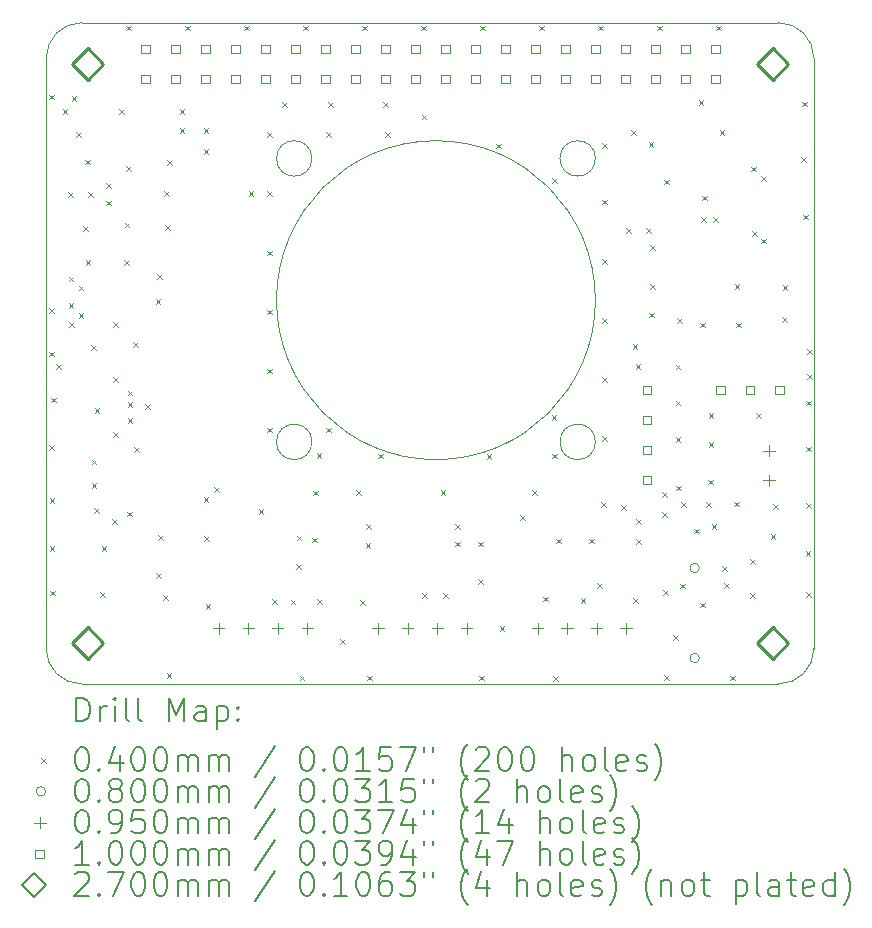
<source format=gbr>
%TF.GenerationSoftware,KiCad,Pcbnew,7.0.9*%
%TF.CreationDate,2024-12-01T07:10:06+09:00*%
%TF.ProjectId,raspi_comm_if_hat,72617370-695f-4636-9f6d-6d5f69665f68,rev?*%
%TF.SameCoordinates,PX5f5e100PY68e7780*%
%TF.FileFunction,Drillmap*%
%TF.FilePolarity,Positive*%
%FSLAX45Y45*%
G04 Gerber Fmt 4.5, Leading zero omitted, Abs format (unit mm)*
G04 Created by KiCad (PCBNEW 7.0.9) date 2024-12-01 07:10:06*
%MOMM*%
%LPD*%
G01*
G04 APERTURE LIST*
%ADD10C,0.100000*%
%ADD11C,0.200000*%
%ADD12C,0.270000*%
G04 APERTURE END LIST*
D10*
X4650000Y3250000D02*
G75*
G03*
X4650000Y3250000I-1350000J0D01*
G01*
X0Y5300000D02*
X0Y300000D01*
X2250000Y2050000D02*
G75*
G03*
X2250000Y2050000I-150000J0D01*
G01*
X6200000Y0D02*
G75*
G03*
X6500000Y300000I0J300000D01*
G01*
X6500000Y5300000D02*
X6500000Y300000D01*
X0Y300000D02*
G75*
G03*
X300000Y0I300000J0D01*
G01*
X300000Y5600000D02*
G75*
G03*
X0Y5300000I0J-300000D01*
G01*
X300000Y5600000D02*
X6200000Y5600000D01*
X4650000Y4450000D02*
G75*
G03*
X4650000Y4450000I-150000J0D01*
G01*
X2250000Y4450000D02*
G75*
G03*
X2250000Y4450000I-150000J0D01*
G01*
X4650000Y2050000D02*
G75*
G03*
X4650000Y2050000I-150000J0D01*
G01*
X300000Y0D02*
X6200000Y0D01*
X6500000Y5300000D02*
G75*
G03*
X6200000Y5600000I-300000J0D01*
G01*
D11*
D10*
X25000Y4990000D02*
X65000Y4950000D01*
X65000Y4990000D02*
X25000Y4950000D01*
X25000Y3185000D02*
X65000Y3145000D01*
X65000Y3185000D02*
X25000Y3145000D01*
X25000Y2815000D02*
X65000Y2775000D01*
X65000Y2815000D02*
X25000Y2775000D01*
X25000Y2025000D02*
X65000Y1985000D01*
X65000Y2025000D02*
X25000Y1985000D01*
X30000Y1575000D02*
X70000Y1535000D01*
X70000Y1575000D02*
X30000Y1535000D01*
X30000Y1165000D02*
X70000Y1125000D01*
X70000Y1165000D02*
X30000Y1125000D01*
X35000Y790000D02*
X75000Y750000D01*
X75000Y790000D02*
X35000Y750000D01*
X40000Y2425000D02*
X80000Y2385000D01*
X80000Y2425000D02*
X40000Y2385000D01*
X85000Y2710000D02*
X125000Y2670000D01*
X125000Y2710000D02*
X85000Y2670000D01*
X139502Y4865498D02*
X179502Y4825498D01*
X179502Y4865498D02*
X139502Y4825498D01*
X186875Y4164325D02*
X226875Y4124325D01*
X226875Y4164325D02*
X186875Y4124325D01*
X190000Y3450000D02*
X230000Y3410000D01*
X230000Y3450000D02*
X190000Y3410000D01*
X190000Y3225000D02*
X230000Y3185000D01*
X230000Y3225000D02*
X190000Y3185000D01*
X195000Y3064950D02*
X235000Y3024950D01*
X235000Y3064950D02*
X195000Y3024950D01*
X215000Y4975000D02*
X255000Y4935000D01*
X255000Y4975000D02*
X215000Y4935000D01*
X252450Y4675000D02*
X292450Y4635000D01*
X292450Y4675000D02*
X252450Y4635000D01*
X275000Y3372450D02*
X315000Y3332450D01*
X315000Y3372450D02*
X275000Y3332450D01*
X275000Y3137450D02*
X315000Y3097450D01*
X315000Y3137450D02*
X275000Y3097450D01*
X315000Y3873750D02*
X355000Y3833750D01*
X355000Y3873750D02*
X315000Y3833750D01*
X330000Y4440000D02*
X370000Y4400000D01*
X370000Y4440000D02*
X330000Y4400000D01*
X335000Y3590000D02*
X375000Y3550000D01*
X375000Y3590000D02*
X335000Y3550000D01*
X355000Y4167520D02*
X395000Y4127520D01*
X395000Y4167520D02*
X355000Y4127520D01*
X380000Y2870000D02*
X420000Y2830000D01*
X420000Y2870000D02*
X380000Y2830000D01*
X385000Y1900000D02*
X425000Y1860000D01*
X425000Y1900000D02*
X385000Y1860000D01*
X385000Y1700000D02*
X425000Y1660000D01*
X425000Y1700000D02*
X385000Y1660000D01*
X405000Y1490000D02*
X445000Y1450000D01*
X445000Y1490000D02*
X405000Y1450000D01*
X410050Y2335000D02*
X450050Y2295000D01*
X450050Y2335000D02*
X410050Y2295000D01*
X460000Y780000D02*
X500000Y740000D01*
X500000Y780000D02*
X460000Y740000D01*
X470000Y1165000D02*
X510000Y1125000D01*
X510000Y1165000D02*
X470000Y1125000D01*
X510000Y4242470D02*
X550000Y4202470D01*
X550000Y4242470D02*
X510000Y4202470D01*
X510000Y4092570D02*
X550000Y4052570D01*
X550000Y4092570D02*
X510000Y4052570D01*
X560000Y1395000D02*
X600000Y1355000D01*
X600000Y1395000D02*
X560000Y1355000D01*
X565000Y2130000D02*
X605000Y2090000D01*
X605000Y2130000D02*
X565000Y2090000D01*
X566225Y3061225D02*
X606225Y3021225D01*
X606225Y3061225D02*
X566225Y3021225D01*
X570000Y2600000D02*
X610000Y2560000D01*
X610000Y2600000D02*
X570000Y2560000D01*
X620000Y4865000D02*
X660000Y4825000D01*
X660000Y4865000D02*
X620000Y4825000D01*
X660000Y3590000D02*
X700000Y3550000D01*
X700000Y3590000D02*
X660000Y3550000D01*
X665000Y3906875D02*
X705000Y3866875D01*
X705000Y3906875D02*
X665000Y3866875D01*
X675000Y5575000D02*
X715000Y5535000D01*
X715000Y5575000D02*
X675000Y5535000D01*
X680000Y4385000D02*
X720000Y4345000D01*
X720000Y4385000D02*
X680000Y4345000D01*
X685000Y1460000D02*
X725000Y1420000D01*
X725000Y1460000D02*
X685000Y1420000D01*
X690000Y2485000D02*
X730000Y2445000D01*
X730000Y2485000D02*
X690000Y2445000D01*
X690000Y2385050D02*
X730000Y2345050D01*
X730000Y2385050D02*
X690000Y2345050D01*
X690000Y2250000D02*
X730000Y2210000D01*
X730000Y2250000D02*
X690000Y2210000D01*
X734285Y2892594D02*
X774285Y2852594D01*
X774285Y2892594D02*
X734285Y2852594D01*
X743145Y2007639D02*
X783145Y1967639D01*
X783145Y2007639D02*
X743145Y1967639D01*
X840000Y2370000D02*
X880000Y2330000D01*
X880000Y2370000D02*
X840000Y2330000D01*
X927550Y3260000D02*
X967550Y3220000D01*
X967550Y3260000D02*
X927550Y3220000D01*
X930000Y940000D02*
X970000Y900000D01*
X970000Y940000D02*
X930000Y900000D01*
X940000Y3470000D02*
X980000Y3430000D01*
X980000Y3470000D02*
X940000Y3430000D01*
X945000Y1260000D02*
X985000Y1220000D01*
X985000Y1260000D02*
X945000Y1220000D01*
X990000Y750000D02*
X1030000Y710000D01*
X1030000Y750000D02*
X990000Y710000D01*
X1000000Y4170000D02*
X1040000Y4130000D01*
X1040000Y4170000D02*
X1000000Y4130000D01*
X1005000Y3883750D02*
X1045000Y3843750D01*
X1045000Y3883750D02*
X1005000Y3843750D01*
X1020000Y90000D02*
X1060000Y50000D01*
X1060000Y90000D02*
X1020000Y50000D01*
X1025000Y4435000D02*
X1065000Y4395000D01*
X1065000Y4435000D02*
X1025000Y4395000D01*
X1130000Y4865000D02*
X1170000Y4825000D01*
X1170000Y4865000D02*
X1130000Y4825000D01*
X1130000Y4705000D02*
X1170000Y4665000D01*
X1170000Y4705000D02*
X1130000Y4665000D01*
X1175000Y5575000D02*
X1215000Y5535000D01*
X1215000Y5575000D02*
X1175000Y5535000D01*
X1332450Y4705000D02*
X1372450Y4665000D01*
X1372450Y4705000D02*
X1332450Y4665000D01*
X1332450Y4530000D02*
X1372450Y4490000D01*
X1372450Y4530000D02*
X1332450Y4490000D01*
X1332450Y1580000D02*
X1372450Y1540000D01*
X1372450Y1580000D02*
X1332450Y1540000D01*
X1335000Y1250000D02*
X1375000Y1210000D01*
X1375000Y1250000D02*
X1335000Y1210000D01*
X1350000Y675000D02*
X1390000Y635000D01*
X1390000Y675000D02*
X1350000Y635000D01*
X1425000Y1664950D02*
X1465000Y1624950D01*
X1465000Y1664950D02*
X1425000Y1624950D01*
X1675000Y5575000D02*
X1715000Y5535000D01*
X1715000Y5575000D02*
X1675000Y5535000D01*
X1715000Y4170000D02*
X1755000Y4130000D01*
X1755000Y4170000D02*
X1715000Y4130000D01*
X1800000Y1480000D02*
X1840000Y1440000D01*
X1840000Y1480000D02*
X1800000Y1440000D01*
X1870000Y4670000D02*
X1910000Y4630000D01*
X1910000Y4670000D02*
X1870000Y4630000D01*
X1870000Y4170000D02*
X1910000Y4130000D01*
X1910000Y4170000D02*
X1870000Y4130000D01*
X1870000Y3670000D02*
X1910000Y3630000D01*
X1910000Y3670000D02*
X1870000Y3630000D01*
X1870000Y3170000D02*
X1910000Y3130000D01*
X1910000Y3170000D02*
X1870000Y3130000D01*
X1870000Y2670000D02*
X1910000Y2630000D01*
X1910000Y2670000D02*
X1870000Y2630000D01*
X1870000Y2170000D02*
X1910000Y2130000D01*
X1910000Y2170000D02*
X1870000Y2130000D01*
X1915000Y720000D02*
X1955000Y680000D01*
X1955000Y720000D02*
X1915000Y680000D01*
X1995000Y4925000D02*
X2035000Y4885000D01*
X2035000Y4925000D02*
X1995000Y4885000D01*
X2069325Y715000D02*
X2109325Y675000D01*
X2109325Y715000D02*
X2069325Y675000D01*
X2117550Y1015000D02*
X2157550Y975000D01*
X2157550Y1015000D02*
X2117550Y975000D01*
X2121542Y1256542D02*
X2161542Y1216542D01*
X2161542Y1256542D02*
X2121542Y1216542D01*
X2145000Y70000D02*
X2185000Y30000D01*
X2185000Y70000D02*
X2145000Y30000D01*
X2175000Y5575000D02*
X2215000Y5535000D01*
X2215000Y5575000D02*
X2175000Y5535000D01*
X2250000Y1240000D02*
X2290000Y1200000D01*
X2290000Y1240000D02*
X2250000Y1200000D01*
X2261230Y1636230D02*
X2301230Y1596230D01*
X2301230Y1636230D02*
X2261230Y1596230D01*
X2290000Y1955000D02*
X2330000Y1915000D01*
X2330000Y1955000D02*
X2290000Y1915000D01*
X2295000Y720000D02*
X2335000Y680000D01*
X2335000Y720000D02*
X2295000Y680000D01*
X2370000Y4670000D02*
X2410000Y4630000D01*
X2410000Y4670000D02*
X2370000Y4630000D01*
X2370000Y2170000D02*
X2410000Y2130000D01*
X2410000Y2170000D02*
X2370000Y2130000D01*
X2390000Y4925000D02*
X2430000Y4885000D01*
X2430000Y4925000D02*
X2390000Y4885000D01*
X2490000Y380000D02*
X2530000Y340000D01*
X2530000Y380000D02*
X2490000Y340000D01*
X2625000Y1640000D02*
X2665000Y1600000D01*
X2665000Y1640000D02*
X2625000Y1600000D01*
X2660000Y710000D02*
X2700000Y670000D01*
X2700000Y710000D02*
X2660000Y670000D01*
X2675000Y5575000D02*
X2715000Y5535000D01*
X2715000Y5575000D02*
X2675000Y5535000D01*
X2703750Y1190000D02*
X2743750Y1150000D01*
X2743750Y1190000D02*
X2703750Y1150000D01*
X2708750Y1351200D02*
X2748750Y1311200D01*
X2748750Y1351200D02*
X2708750Y1311200D01*
X2720000Y70000D02*
X2760000Y30000D01*
X2760000Y70000D02*
X2720000Y30000D01*
X2810000Y1950000D02*
X2850000Y1910000D01*
X2850000Y1950000D02*
X2810000Y1910000D01*
X2855000Y4925000D02*
X2895000Y4885000D01*
X2895000Y4925000D02*
X2855000Y4885000D01*
X2870000Y4670000D02*
X2910000Y4630000D01*
X2910000Y4670000D02*
X2870000Y4630000D01*
X3175000Y5575000D02*
X3215000Y5535000D01*
X3215000Y5575000D02*
X3175000Y5535000D01*
X3180000Y4820000D02*
X3220000Y4780000D01*
X3220000Y4820000D02*
X3180000Y4780000D01*
X3185000Y770000D02*
X3225000Y730000D01*
X3225000Y770000D02*
X3185000Y730000D01*
X3340000Y1640000D02*
X3380000Y1600000D01*
X3380000Y1640000D02*
X3340000Y1600000D01*
X3362450Y770000D02*
X3402450Y730000D01*
X3402450Y770000D02*
X3362450Y730000D01*
X3462520Y1351200D02*
X3502520Y1311200D01*
X3502520Y1351200D02*
X3462520Y1311200D01*
X3462520Y1206300D02*
X3502520Y1166300D01*
X3502520Y1206300D02*
X3462520Y1166300D01*
X3655000Y1205000D02*
X3695000Y1165000D01*
X3695000Y1205000D02*
X3655000Y1165000D01*
X3655000Y890000D02*
X3695000Y850000D01*
X3695000Y890000D02*
X3655000Y850000D01*
X3665000Y70000D02*
X3705000Y30000D01*
X3705000Y70000D02*
X3665000Y30000D01*
X3675000Y5575000D02*
X3715000Y5535000D01*
X3715000Y5575000D02*
X3675000Y5535000D01*
X3730000Y1945000D02*
X3770000Y1905000D01*
X3770000Y1945000D02*
X3730000Y1905000D01*
X3810000Y4575000D02*
X3850000Y4535000D01*
X3850000Y4575000D02*
X3810000Y4535000D01*
X3840000Y490000D02*
X3880000Y450000D01*
X3880000Y490000D02*
X3840000Y450000D01*
X4010000Y1430000D02*
X4050000Y1390000D01*
X4050000Y1430000D02*
X4010000Y1390000D01*
X4115000Y1640000D02*
X4155000Y1600000D01*
X4155000Y1640000D02*
X4115000Y1600000D01*
X4175000Y5575000D02*
X4215000Y5535000D01*
X4215000Y5575000D02*
X4175000Y5535000D01*
X4205000Y740000D02*
X4245000Y700000D01*
X4245000Y740000D02*
X4205000Y700000D01*
X4280000Y2275000D02*
X4320000Y2235000D01*
X4320000Y2275000D02*
X4280000Y2235000D01*
X4285000Y4285000D02*
X4325000Y4245000D01*
X4325000Y4285000D02*
X4285000Y4245000D01*
X4285000Y1950000D02*
X4325000Y1910000D01*
X4325000Y1950000D02*
X4285000Y1910000D01*
X4290000Y65000D02*
X4330000Y25000D01*
X4330000Y65000D02*
X4290000Y25000D01*
X4315000Y1230000D02*
X4355000Y1190000D01*
X4355000Y1230000D02*
X4315000Y1190000D01*
X4525000Y730000D02*
X4565000Y690000D01*
X4565000Y730000D02*
X4525000Y690000D01*
X4595000Y1230000D02*
X4635000Y1190000D01*
X4635000Y1230000D02*
X4595000Y1190000D01*
X4665000Y855000D02*
X4705000Y815000D01*
X4705000Y855000D02*
X4665000Y815000D01*
X4675000Y5575000D02*
X4715000Y5535000D01*
X4715000Y5575000D02*
X4675000Y5535000D01*
X4700000Y1540000D02*
X4740000Y1500000D01*
X4740000Y1540000D02*
X4700000Y1500000D01*
X4710000Y4580000D02*
X4750000Y4540000D01*
X4750000Y4580000D02*
X4710000Y4540000D01*
X4710000Y4100000D02*
X4750000Y4060000D01*
X4750000Y4100000D02*
X4710000Y4060000D01*
X4710000Y3600000D02*
X4750000Y3560000D01*
X4750000Y3600000D02*
X4710000Y3560000D01*
X4710000Y3100000D02*
X4750000Y3060000D01*
X4750000Y3100000D02*
X4710000Y3060000D01*
X4710000Y2600000D02*
X4750000Y2560000D01*
X4750000Y2600000D02*
X4710000Y2560000D01*
X4710000Y2100000D02*
X4750000Y2060000D01*
X4750000Y2100000D02*
X4710000Y2060000D01*
X4869931Y1515069D02*
X4909931Y1475069D01*
X4909931Y1515069D02*
X4869931Y1475069D01*
X4910000Y3860000D02*
X4950000Y3820000D01*
X4950000Y3860000D02*
X4910000Y3820000D01*
X4950000Y4690000D02*
X4990000Y4650000D01*
X4990000Y4690000D02*
X4950000Y4650000D01*
X4965000Y2880000D02*
X5005000Y2840000D01*
X5005000Y2880000D02*
X4965000Y2840000D01*
X4970000Y725000D02*
X5010000Y685000D01*
X5010000Y725000D02*
X4970000Y685000D01*
X4990000Y2710000D02*
X5030000Y2670000D01*
X5030000Y2710000D02*
X4990000Y2670000D01*
X4992569Y1397431D02*
X5032569Y1357431D01*
X5032569Y1397431D02*
X4992569Y1357431D01*
X4995000Y1225000D02*
X5035000Y1185000D01*
X5035000Y1225000D02*
X4995000Y1185000D01*
X5080000Y3860000D02*
X5120000Y3820000D01*
X5120000Y3860000D02*
X5080000Y3820000D01*
X5100000Y4585000D02*
X5140000Y4545000D01*
X5140000Y4585000D02*
X5100000Y4545000D01*
X5105000Y3145000D02*
X5145000Y3105000D01*
X5145000Y3145000D02*
X5105000Y3105000D01*
X5115000Y3715000D02*
X5155000Y3675000D01*
X5155000Y3715000D02*
X5115000Y3675000D01*
X5115000Y3385000D02*
X5155000Y3345000D01*
X5155000Y3385000D02*
X5115000Y3345000D01*
X5175000Y5575000D02*
X5215000Y5535000D01*
X5215000Y5575000D02*
X5175000Y5535000D01*
X5215000Y1624950D02*
X5255000Y1584950D01*
X5255000Y1624950D02*
X5215000Y1584950D01*
X5215000Y1455050D02*
X5255000Y1415050D01*
X5255000Y1455050D02*
X5215000Y1415050D01*
X5225000Y795000D02*
X5265000Y755000D01*
X5265000Y795000D02*
X5225000Y755000D01*
X5230000Y75000D02*
X5270000Y35000D01*
X5270000Y75000D02*
X5230000Y35000D01*
X5235000Y4270000D02*
X5275000Y4230000D01*
X5275000Y4270000D02*
X5235000Y4230000D01*
X5310000Y415000D02*
X5350000Y375000D01*
X5350000Y415000D02*
X5310000Y375000D01*
X5330000Y2705000D02*
X5370000Y2665000D01*
X5370000Y2705000D02*
X5330000Y2665000D01*
X5330000Y2400000D02*
X5370000Y2360000D01*
X5370000Y2400000D02*
X5330000Y2360000D01*
X5330000Y2090000D02*
X5370000Y2050000D01*
X5370000Y2090000D02*
X5330000Y2050000D01*
X5335000Y1680000D02*
X5375000Y1640000D01*
X5375000Y1680000D02*
X5335000Y1640000D01*
X5340000Y3100000D02*
X5380000Y3060000D01*
X5380000Y3100000D02*
X5340000Y3060000D01*
X5370000Y850000D02*
X5410000Y810000D01*
X5410000Y850000D02*
X5370000Y810000D01*
X5375050Y1540000D02*
X5415050Y1500000D01*
X5415050Y1540000D02*
X5375050Y1500000D01*
X5485000Y1315000D02*
X5525000Y1275000D01*
X5525000Y1315000D02*
X5485000Y1275000D01*
X5525000Y4945000D02*
X5565000Y4905000D01*
X5565000Y4945000D02*
X5525000Y4905000D01*
X5535000Y690000D02*
X5575000Y650000D01*
X5575000Y690000D02*
X5535000Y650000D01*
X5540000Y3060000D02*
X5580000Y3020000D01*
X5580000Y3060000D02*
X5540000Y3020000D01*
X5545000Y3955000D02*
X5585000Y3915000D01*
X5585000Y3955000D02*
X5545000Y3915000D01*
X5555000Y4135000D02*
X5595000Y4095000D01*
X5595000Y4135000D02*
X5555000Y4095000D01*
X5584950Y1540000D02*
X5624950Y1500000D01*
X5624950Y1540000D02*
X5584950Y1500000D01*
X5605000Y1730000D02*
X5645000Y1690000D01*
X5645000Y1730000D02*
X5605000Y1690000D01*
X5610000Y2295000D02*
X5650000Y2255000D01*
X5650000Y2295000D02*
X5610000Y2255000D01*
X5610000Y2050000D02*
X5650000Y2010000D01*
X5650000Y2050000D02*
X5610000Y2010000D01*
X5635000Y1355000D02*
X5675000Y1315000D01*
X5675000Y1355000D02*
X5635000Y1315000D01*
X5650000Y3950000D02*
X5690000Y3910000D01*
X5690000Y3950000D02*
X5650000Y3910000D01*
X5675000Y5575000D02*
X5715000Y5535000D01*
X5715000Y5575000D02*
X5675000Y5535000D01*
X5701230Y4691230D02*
X5741230Y4651230D01*
X5741230Y4691230D02*
X5701230Y4651230D01*
X5725000Y995000D02*
X5765000Y955000D01*
X5765000Y995000D02*
X5725000Y955000D01*
X5742450Y855000D02*
X5782450Y815000D01*
X5782450Y855000D02*
X5742450Y815000D01*
X5790000Y70000D02*
X5830000Y30000D01*
X5830000Y70000D02*
X5790000Y30000D01*
X5825000Y1545000D02*
X5865000Y1505000D01*
X5865000Y1545000D02*
X5825000Y1505000D01*
X5830000Y3385000D02*
X5870000Y3345000D01*
X5870000Y3385000D02*
X5830000Y3345000D01*
X5840000Y3060000D02*
X5880000Y3020000D01*
X5880000Y3060000D02*
X5840000Y3020000D01*
X5960000Y1060000D02*
X6000000Y1020000D01*
X6000000Y1060000D02*
X5960000Y1020000D01*
X5960000Y770000D02*
X6000000Y730000D01*
X6000000Y770000D02*
X5960000Y730000D01*
X5970000Y4380000D02*
X6010000Y4340000D01*
X6010000Y4380000D02*
X5970000Y4340000D01*
X5974549Y3832212D02*
X6014549Y3792212D01*
X6014549Y3832212D02*
X5974549Y3792212D01*
X6010000Y2295000D02*
X6050000Y2255000D01*
X6050000Y2295000D02*
X6010000Y2255000D01*
X6053273Y3770628D02*
X6093273Y3730628D01*
X6093273Y3770628D02*
X6053273Y3730628D01*
X6053770Y4299763D02*
X6093770Y4259763D01*
X6093770Y4299763D02*
X6053770Y4259763D01*
X6135000Y1270000D02*
X6175000Y1230000D01*
X6175000Y1270000D02*
X6135000Y1230000D01*
X6155000Y1525000D02*
X6195000Y1485000D01*
X6195000Y1525000D02*
X6155000Y1485000D01*
X6230000Y3105000D02*
X6270000Y3065000D01*
X6270000Y3105000D02*
X6230000Y3065000D01*
X6235000Y3375000D02*
X6275000Y3335000D01*
X6275000Y3375000D02*
X6235000Y3335000D01*
X6395000Y4460000D02*
X6435000Y4420000D01*
X6435000Y4460000D02*
X6395000Y4420000D01*
X6400000Y4930000D02*
X6440000Y4890000D01*
X6440000Y4930000D02*
X6400000Y4890000D01*
X6410000Y3975000D02*
X6450000Y3935000D01*
X6450000Y3975000D02*
X6410000Y3935000D01*
X6430000Y1125000D02*
X6470000Y1085000D01*
X6470000Y1125000D02*
X6430000Y1085000D01*
X6435000Y2400000D02*
X6475000Y2360000D01*
X6475000Y2400000D02*
X6435000Y2360000D01*
X6435000Y2010000D02*
X6475000Y1970000D01*
X6475000Y2010000D02*
X6435000Y1970000D01*
X6435000Y1530000D02*
X6475000Y1490000D01*
X6475000Y1530000D02*
X6435000Y1490000D01*
X6435000Y780000D02*
X6475000Y740000D01*
X6475000Y780000D02*
X6435000Y740000D01*
X6440000Y2835000D02*
X6480000Y2795000D01*
X6480000Y2835000D02*
X6440000Y2795000D01*
X6440000Y2625000D02*
X6480000Y2585000D01*
X6480000Y2625000D02*
X6440000Y2585000D01*
X5530000Y982000D02*
G75*
G03*
X5530000Y982000I-40000J0D01*
G01*
X5530000Y220000D02*
G75*
G03*
X5530000Y220000I-40000J0D01*
G01*
X1460000Y517500D02*
X1460000Y422500D01*
X1412500Y470000D02*
X1507500Y470000D01*
X1710000Y517500D02*
X1710000Y422500D01*
X1662500Y470000D02*
X1757500Y470000D01*
X1960000Y517500D02*
X1960000Y422500D01*
X1912500Y470000D02*
X2007500Y470000D01*
X2210000Y517500D02*
X2210000Y422500D01*
X2162500Y470000D02*
X2257500Y470000D01*
X2810000Y517500D02*
X2810000Y422500D01*
X2762500Y470000D02*
X2857500Y470000D01*
X3060000Y517500D02*
X3060000Y422500D01*
X3012500Y470000D02*
X3107500Y470000D01*
X3310000Y517500D02*
X3310000Y422500D01*
X3262500Y470000D02*
X3357500Y470000D01*
X3560000Y517500D02*
X3560000Y422500D01*
X3512500Y470000D02*
X3607500Y470000D01*
X4160000Y517500D02*
X4160000Y422500D01*
X4112500Y470000D02*
X4207500Y470000D01*
X4410000Y517500D02*
X4410000Y422500D01*
X4362500Y470000D02*
X4457500Y470000D01*
X4660000Y517500D02*
X4660000Y422500D01*
X4612500Y470000D02*
X4707500Y470000D01*
X4910000Y517500D02*
X4910000Y422500D01*
X4862500Y470000D02*
X4957500Y470000D01*
X6120000Y2022500D02*
X6120000Y1927500D01*
X6072500Y1975000D02*
X6167500Y1975000D01*
X6120000Y1772500D02*
X6120000Y1677500D01*
X6072500Y1725000D02*
X6167500Y1725000D01*
X875356Y5339644D02*
X875356Y5410356D01*
X804644Y5410356D01*
X804644Y5339644D01*
X875356Y5339644D01*
X875356Y5085644D02*
X875356Y5156356D01*
X804644Y5156356D01*
X804644Y5085644D01*
X875356Y5085644D01*
X1129356Y5339644D02*
X1129356Y5410356D01*
X1058644Y5410356D01*
X1058644Y5339644D01*
X1129356Y5339644D01*
X1129356Y5085644D02*
X1129356Y5156356D01*
X1058644Y5156356D01*
X1058644Y5085644D01*
X1129356Y5085644D01*
X1383356Y5339644D02*
X1383356Y5410356D01*
X1312644Y5410356D01*
X1312644Y5339644D01*
X1383356Y5339644D01*
X1383356Y5085644D02*
X1383356Y5156356D01*
X1312644Y5156356D01*
X1312644Y5085644D01*
X1383356Y5085644D01*
X1637356Y5339644D02*
X1637356Y5410356D01*
X1566644Y5410356D01*
X1566644Y5339644D01*
X1637356Y5339644D01*
X1637356Y5085644D02*
X1637356Y5156356D01*
X1566644Y5156356D01*
X1566644Y5085644D01*
X1637356Y5085644D01*
X1891356Y5339644D02*
X1891356Y5410356D01*
X1820644Y5410356D01*
X1820644Y5339644D01*
X1891356Y5339644D01*
X1891356Y5085644D02*
X1891356Y5156356D01*
X1820644Y5156356D01*
X1820644Y5085644D01*
X1891356Y5085644D01*
X2145356Y5339644D02*
X2145356Y5410356D01*
X2074644Y5410356D01*
X2074644Y5339644D01*
X2145356Y5339644D01*
X2145356Y5085644D02*
X2145356Y5156356D01*
X2074644Y5156356D01*
X2074644Y5085644D01*
X2145356Y5085644D01*
X2399356Y5339644D02*
X2399356Y5410356D01*
X2328644Y5410356D01*
X2328644Y5339644D01*
X2399356Y5339644D01*
X2399356Y5085644D02*
X2399356Y5156356D01*
X2328644Y5156356D01*
X2328644Y5085644D01*
X2399356Y5085644D01*
X2653356Y5339644D02*
X2653356Y5410356D01*
X2582644Y5410356D01*
X2582644Y5339644D01*
X2653356Y5339644D01*
X2653356Y5085644D02*
X2653356Y5156356D01*
X2582644Y5156356D01*
X2582644Y5085644D01*
X2653356Y5085644D01*
X2907356Y5339644D02*
X2907356Y5410356D01*
X2836644Y5410356D01*
X2836644Y5339644D01*
X2907356Y5339644D01*
X2907356Y5085644D02*
X2907356Y5156356D01*
X2836644Y5156356D01*
X2836644Y5085644D01*
X2907356Y5085644D01*
X3161356Y5339644D02*
X3161356Y5410356D01*
X3090644Y5410356D01*
X3090644Y5339644D01*
X3161356Y5339644D01*
X3161356Y5085644D02*
X3161356Y5156356D01*
X3090644Y5156356D01*
X3090644Y5085644D01*
X3161356Y5085644D01*
X3415356Y5339644D02*
X3415356Y5410356D01*
X3344644Y5410356D01*
X3344644Y5339644D01*
X3415356Y5339644D01*
X3415356Y5085644D02*
X3415356Y5156356D01*
X3344644Y5156356D01*
X3344644Y5085644D01*
X3415356Y5085644D01*
X3669356Y5339644D02*
X3669356Y5410356D01*
X3598644Y5410356D01*
X3598644Y5339644D01*
X3669356Y5339644D01*
X3669356Y5085644D02*
X3669356Y5156356D01*
X3598644Y5156356D01*
X3598644Y5085644D01*
X3669356Y5085644D01*
X3923356Y5339644D02*
X3923356Y5410356D01*
X3852644Y5410356D01*
X3852644Y5339644D01*
X3923356Y5339644D01*
X3923356Y5085644D02*
X3923356Y5156356D01*
X3852644Y5156356D01*
X3852644Y5085644D01*
X3923356Y5085644D01*
X4177356Y5339644D02*
X4177356Y5410356D01*
X4106644Y5410356D01*
X4106644Y5339644D01*
X4177356Y5339644D01*
X4177356Y5085644D02*
X4177356Y5156356D01*
X4106644Y5156356D01*
X4106644Y5085644D01*
X4177356Y5085644D01*
X4431356Y5339644D02*
X4431356Y5410356D01*
X4360644Y5410356D01*
X4360644Y5339644D01*
X4431356Y5339644D01*
X4431356Y5085644D02*
X4431356Y5156356D01*
X4360644Y5156356D01*
X4360644Y5085644D01*
X4431356Y5085644D01*
X4685356Y5339644D02*
X4685356Y5410356D01*
X4614644Y5410356D01*
X4614644Y5339644D01*
X4685356Y5339644D01*
X4685356Y5085644D02*
X4685356Y5156356D01*
X4614644Y5156356D01*
X4614644Y5085644D01*
X4685356Y5085644D01*
X4939356Y5339644D02*
X4939356Y5410356D01*
X4868644Y5410356D01*
X4868644Y5339644D01*
X4939356Y5339644D01*
X4939356Y5085644D02*
X4939356Y5156356D01*
X4868644Y5156356D01*
X4868644Y5085644D01*
X4939356Y5085644D01*
X5120356Y2451644D02*
X5120356Y2522356D01*
X5049644Y2522356D01*
X5049644Y2451644D01*
X5120356Y2451644D01*
X5120356Y2197644D02*
X5120356Y2268356D01*
X5049644Y2268356D01*
X5049644Y2197644D01*
X5120356Y2197644D01*
X5120356Y1943644D02*
X5120356Y2014356D01*
X5049644Y2014356D01*
X5049644Y1943644D01*
X5120356Y1943644D01*
X5120356Y1689644D02*
X5120356Y1760356D01*
X5049644Y1760356D01*
X5049644Y1689644D01*
X5120356Y1689644D01*
X5193356Y5339644D02*
X5193356Y5410356D01*
X5122644Y5410356D01*
X5122644Y5339644D01*
X5193356Y5339644D01*
X5193356Y5085644D02*
X5193356Y5156356D01*
X5122644Y5156356D01*
X5122644Y5085644D01*
X5193356Y5085644D01*
X5447356Y5339644D02*
X5447356Y5410356D01*
X5376644Y5410356D01*
X5376644Y5339644D01*
X5447356Y5339644D01*
X5447356Y5085644D02*
X5447356Y5156356D01*
X5376644Y5156356D01*
X5376644Y5085644D01*
X5447356Y5085644D01*
X5701356Y5339644D02*
X5701356Y5410356D01*
X5630644Y5410356D01*
X5630644Y5339644D01*
X5701356Y5339644D01*
X5701356Y5085644D02*
X5701356Y5156356D01*
X5630644Y5156356D01*
X5630644Y5085644D01*
X5701356Y5085644D01*
X5745356Y2454644D02*
X5745356Y2525356D01*
X5674644Y2525356D01*
X5674644Y2454644D01*
X5745356Y2454644D01*
X5995356Y2454644D02*
X5995356Y2525356D01*
X5924644Y2525356D01*
X5924644Y2454644D01*
X5995356Y2454644D01*
X6245356Y2454644D02*
X6245356Y2525356D01*
X6174644Y2525356D01*
X6174644Y2454644D01*
X6245356Y2454644D01*
D12*
X350000Y5115000D02*
X485000Y5250000D01*
X350000Y5385000D01*
X215000Y5250000D01*
X350000Y5115000D01*
X350000Y215000D02*
X485000Y350000D01*
X350000Y485000D01*
X215000Y350000D01*
X350000Y215000D01*
X6150000Y5115000D02*
X6285000Y5250000D01*
X6150000Y5385000D01*
X6015000Y5250000D01*
X6150000Y5115000D01*
X6150000Y215000D02*
X6285000Y350000D01*
X6150000Y485000D01*
X6015000Y350000D01*
X6150000Y215000D01*
D11*
X255777Y-316484D02*
X255777Y-116484D01*
X255777Y-116484D02*
X303396Y-116484D01*
X303396Y-116484D02*
X331967Y-126008D01*
X331967Y-126008D02*
X351015Y-145055D01*
X351015Y-145055D02*
X360539Y-164103D01*
X360539Y-164103D02*
X370062Y-202198D01*
X370062Y-202198D02*
X370062Y-230769D01*
X370062Y-230769D02*
X360539Y-268865D01*
X360539Y-268865D02*
X351015Y-287912D01*
X351015Y-287912D02*
X331967Y-306960D01*
X331967Y-306960D02*
X303396Y-316484D01*
X303396Y-316484D02*
X255777Y-316484D01*
X455777Y-316484D02*
X455777Y-183150D01*
X455777Y-221246D02*
X465301Y-202198D01*
X465301Y-202198D02*
X474824Y-192674D01*
X474824Y-192674D02*
X493872Y-183150D01*
X493872Y-183150D02*
X512920Y-183150D01*
X579586Y-316484D02*
X579586Y-183150D01*
X579586Y-116484D02*
X570063Y-126008D01*
X570063Y-126008D02*
X579586Y-135531D01*
X579586Y-135531D02*
X589110Y-126008D01*
X589110Y-126008D02*
X579586Y-116484D01*
X579586Y-116484D02*
X579586Y-135531D01*
X703396Y-316484D02*
X684348Y-306960D01*
X684348Y-306960D02*
X674824Y-287912D01*
X674824Y-287912D02*
X674824Y-116484D01*
X808158Y-316484D02*
X789110Y-306960D01*
X789110Y-306960D02*
X779586Y-287912D01*
X779586Y-287912D02*
X779586Y-116484D01*
X1036729Y-316484D02*
X1036729Y-116484D01*
X1036729Y-116484D02*
X1103396Y-259341D01*
X1103396Y-259341D02*
X1170063Y-116484D01*
X1170063Y-116484D02*
X1170063Y-316484D01*
X1351015Y-316484D02*
X1351015Y-211722D01*
X1351015Y-211722D02*
X1341491Y-192674D01*
X1341491Y-192674D02*
X1322444Y-183150D01*
X1322444Y-183150D02*
X1284348Y-183150D01*
X1284348Y-183150D02*
X1265301Y-192674D01*
X1351015Y-306960D02*
X1331967Y-316484D01*
X1331967Y-316484D02*
X1284348Y-316484D01*
X1284348Y-316484D02*
X1265301Y-306960D01*
X1265301Y-306960D02*
X1255777Y-287912D01*
X1255777Y-287912D02*
X1255777Y-268865D01*
X1255777Y-268865D02*
X1265301Y-249817D01*
X1265301Y-249817D02*
X1284348Y-240293D01*
X1284348Y-240293D02*
X1331967Y-240293D01*
X1331967Y-240293D02*
X1351015Y-230769D01*
X1446253Y-183150D02*
X1446253Y-383150D01*
X1446253Y-192674D02*
X1465301Y-183150D01*
X1465301Y-183150D02*
X1503396Y-183150D01*
X1503396Y-183150D02*
X1522443Y-192674D01*
X1522443Y-192674D02*
X1531967Y-202198D01*
X1531967Y-202198D02*
X1541491Y-221246D01*
X1541491Y-221246D02*
X1541491Y-278389D01*
X1541491Y-278389D02*
X1531967Y-297436D01*
X1531967Y-297436D02*
X1522443Y-306960D01*
X1522443Y-306960D02*
X1503396Y-316484D01*
X1503396Y-316484D02*
X1465301Y-316484D01*
X1465301Y-316484D02*
X1446253Y-306960D01*
X1627205Y-297436D02*
X1636729Y-306960D01*
X1636729Y-306960D02*
X1627205Y-316484D01*
X1627205Y-316484D02*
X1617682Y-306960D01*
X1617682Y-306960D02*
X1627205Y-297436D01*
X1627205Y-297436D02*
X1627205Y-316484D01*
X1627205Y-192674D02*
X1636729Y-202198D01*
X1636729Y-202198D02*
X1627205Y-211722D01*
X1627205Y-211722D02*
X1617682Y-202198D01*
X1617682Y-202198D02*
X1627205Y-192674D01*
X1627205Y-192674D02*
X1627205Y-211722D01*
D10*
X-45000Y-625000D02*
X-5000Y-665000D01*
X-5000Y-625000D02*
X-45000Y-665000D01*
D11*
X293872Y-536484D02*
X312920Y-536484D01*
X312920Y-536484D02*
X331967Y-546008D01*
X331967Y-546008D02*
X341491Y-555531D01*
X341491Y-555531D02*
X351015Y-574579D01*
X351015Y-574579D02*
X360539Y-612674D01*
X360539Y-612674D02*
X360539Y-660293D01*
X360539Y-660293D02*
X351015Y-698389D01*
X351015Y-698389D02*
X341491Y-717436D01*
X341491Y-717436D02*
X331967Y-726960D01*
X331967Y-726960D02*
X312920Y-736484D01*
X312920Y-736484D02*
X293872Y-736484D01*
X293872Y-736484D02*
X274824Y-726960D01*
X274824Y-726960D02*
X265301Y-717436D01*
X265301Y-717436D02*
X255777Y-698389D01*
X255777Y-698389D02*
X246253Y-660293D01*
X246253Y-660293D02*
X246253Y-612674D01*
X246253Y-612674D02*
X255777Y-574579D01*
X255777Y-574579D02*
X265301Y-555531D01*
X265301Y-555531D02*
X274824Y-546008D01*
X274824Y-546008D02*
X293872Y-536484D01*
X446253Y-717436D02*
X455777Y-726960D01*
X455777Y-726960D02*
X446253Y-736484D01*
X446253Y-736484D02*
X436729Y-726960D01*
X436729Y-726960D02*
X446253Y-717436D01*
X446253Y-717436D02*
X446253Y-736484D01*
X627205Y-603150D02*
X627205Y-736484D01*
X579586Y-526960D02*
X531967Y-669817D01*
X531967Y-669817D02*
X655777Y-669817D01*
X770062Y-536484D02*
X789110Y-536484D01*
X789110Y-536484D02*
X808158Y-546008D01*
X808158Y-546008D02*
X817682Y-555531D01*
X817682Y-555531D02*
X827205Y-574579D01*
X827205Y-574579D02*
X836729Y-612674D01*
X836729Y-612674D02*
X836729Y-660293D01*
X836729Y-660293D02*
X827205Y-698389D01*
X827205Y-698389D02*
X817682Y-717436D01*
X817682Y-717436D02*
X808158Y-726960D01*
X808158Y-726960D02*
X789110Y-736484D01*
X789110Y-736484D02*
X770062Y-736484D01*
X770062Y-736484D02*
X751015Y-726960D01*
X751015Y-726960D02*
X741491Y-717436D01*
X741491Y-717436D02*
X731967Y-698389D01*
X731967Y-698389D02*
X722443Y-660293D01*
X722443Y-660293D02*
X722443Y-612674D01*
X722443Y-612674D02*
X731967Y-574579D01*
X731967Y-574579D02*
X741491Y-555531D01*
X741491Y-555531D02*
X751015Y-546008D01*
X751015Y-546008D02*
X770062Y-536484D01*
X960539Y-536484D02*
X979586Y-536484D01*
X979586Y-536484D02*
X998634Y-546008D01*
X998634Y-546008D02*
X1008158Y-555531D01*
X1008158Y-555531D02*
X1017682Y-574579D01*
X1017682Y-574579D02*
X1027205Y-612674D01*
X1027205Y-612674D02*
X1027205Y-660293D01*
X1027205Y-660293D02*
X1017682Y-698389D01*
X1017682Y-698389D02*
X1008158Y-717436D01*
X1008158Y-717436D02*
X998634Y-726960D01*
X998634Y-726960D02*
X979586Y-736484D01*
X979586Y-736484D02*
X960539Y-736484D01*
X960539Y-736484D02*
X941491Y-726960D01*
X941491Y-726960D02*
X931967Y-717436D01*
X931967Y-717436D02*
X922443Y-698389D01*
X922443Y-698389D02*
X912920Y-660293D01*
X912920Y-660293D02*
X912920Y-612674D01*
X912920Y-612674D02*
X922443Y-574579D01*
X922443Y-574579D02*
X931967Y-555531D01*
X931967Y-555531D02*
X941491Y-546008D01*
X941491Y-546008D02*
X960539Y-536484D01*
X1112920Y-736484D02*
X1112920Y-603150D01*
X1112920Y-622198D02*
X1122444Y-612674D01*
X1122444Y-612674D02*
X1141491Y-603150D01*
X1141491Y-603150D02*
X1170063Y-603150D01*
X1170063Y-603150D02*
X1189110Y-612674D01*
X1189110Y-612674D02*
X1198634Y-631722D01*
X1198634Y-631722D02*
X1198634Y-736484D01*
X1198634Y-631722D02*
X1208158Y-612674D01*
X1208158Y-612674D02*
X1227205Y-603150D01*
X1227205Y-603150D02*
X1255777Y-603150D01*
X1255777Y-603150D02*
X1274825Y-612674D01*
X1274825Y-612674D02*
X1284348Y-631722D01*
X1284348Y-631722D02*
X1284348Y-736484D01*
X1379586Y-736484D02*
X1379586Y-603150D01*
X1379586Y-622198D02*
X1389110Y-612674D01*
X1389110Y-612674D02*
X1408158Y-603150D01*
X1408158Y-603150D02*
X1436729Y-603150D01*
X1436729Y-603150D02*
X1455777Y-612674D01*
X1455777Y-612674D02*
X1465301Y-631722D01*
X1465301Y-631722D02*
X1465301Y-736484D01*
X1465301Y-631722D02*
X1474824Y-612674D01*
X1474824Y-612674D02*
X1493872Y-603150D01*
X1493872Y-603150D02*
X1522443Y-603150D01*
X1522443Y-603150D02*
X1541491Y-612674D01*
X1541491Y-612674D02*
X1551015Y-631722D01*
X1551015Y-631722D02*
X1551015Y-736484D01*
X1941491Y-526960D02*
X1770063Y-784103D01*
X2198634Y-536484D02*
X2217682Y-536484D01*
X2217682Y-536484D02*
X2236729Y-546008D01*
X2236729Y-546008D02*
X2246253Y-555531D01*
X2246253Y-555531D02*
X2255777Y-574579D01*
X2255777Y-574579D02*
X2265301Y-612674D01*
X2265301Y-612674D02*
X2265301Y-660293D01*
X2265301Y-660293D02*
X2255777Y-698389D01*
X2255777Y-698389D02*
X2246253Y-717436D01*
X2246253Y-717436D02*
X2236729Y-726960D01*
X2236729Y-726960D02*
X2217682Y-736484D01*
X2217682Y-736484D02*
X2198634Y-736484D01*
X2198634Y-736484D02*
X2179587Y-726960D01*
X2179587Y-726960D02*
X2170063Y-717436D01*
X2170063Y-717436D02*
X2160539Y-698389D01*
X2160539Y-698389D02*
X2151015Y-660293D01*
X2151015Y-660293D02*
X2151015Y-612674D01*
X2151015Y-612674D02*
X2160539Y-574579D01*
X2160539Y-574579D02*
X2170063Y-555531D01*
X2170063Y-555531D02*
X2179587Y-546008D01*
X2179587Y-546008D02*
X2198634Y-536484D01*
X2351015Y-717436D02*
X2360539Y-726960D01*
X2360539Y-726960D02*
X2351015Y-736484D01*
X2351015Y-736484D02*
X2341491Y-726960D01*
X2341491Y-726960D02*
X2351015Y-717436D01*
X2351015Y-717436D02*
X2351015Y-736484D01*
X2484348Y-536484D02*
X2503396Y-536484D01*
X2503396Y-536484D02*
X2522444Y-546008D01*
X2522444Y-546008D02*
X2531968Y-555531D01*
X2531968Y-555531D02*
X2541491Y-574579D01*
X2541491Y-574579D02*
X2551015Y-612674D01*
X2551015Y-612674D02*
X2551015Y-660293D01*
X2551015Y-660293D02*
X2541491Y-698389D01*
X2541491Y-698389D02*
X2531968Y-717436D01*
X2531968Y-717436D02*
X2522444Y-726960D01*
X2522444Y-726960D02*
X2503396Y-736484D01*
X2503396Y-736484D02*
X2484348Y-736484D01*
X2484348Y-736484D02*
X2465301Y-726960D01*
X2465301Y-726960D02*
X2455777Y-717436D01*
X2455777Y-717436D02*
X2446253Y-698389D01*
X2446253Y-698389D02*
X2436729Y-660293D01*
X2436729Y-660293D02*
X2436729Y-612674D01*
X2436729Y-612674D02*
X2446253Y-574579D01*
X2446253Y-574579D02*
X2455777Y-555531D01*
X2455777Y-555531D02*
X2465301Y-546008D01*
X2465301Y-546008D02*
X2484348Y-536484D01*
X2741491Y-736484D02*
X2627206Y-736484D01*
X2684348Y-736484D02*
X2684348Y-536484D01*
X2684348Y-536484D02*
X2665301Y-565055D01*
X2665301Y-565055D02*
X2646253Y-584103D01*
X2646253Y-584103D02*
X2627206Y-593627D01*
X2922444Y-536484D02*
X2827206Y-536484D01*
X2827206Y-536484D02*
X2817682Y-631722D01*
X2817682Y-631722D02*
X2827206Y-622198D01*
X2827206Y-622198D02*
X2846253Y-612674D01*
X2846253Y-612674D02*
X2893872Y-612674D01*
X2893872Y-612674D02*
X2912920Y-622198D01*
X2912920Y-622198D02*
X2922444Y-631722D01*
X2922444Y-631722D02*
X2931967Y-650770D01*
X2931967Y-650770D02*
X2931967Y-698389D01*
X2931967Y-698389D02*
X2922444Y-717436D01*
X2922444Y-717436D02*
X2912920Y-726960D01*
X2912920Y-726960D02*
X2893872Y-736484D01*
X2893872Y-736484D02*
X2846253Y-736484D01*
X2846253Y-736484D02*
X2827206Y-726960D01*
X2827206Y-726960D02*
X2817682Y-717436D01*
X2998634Y-536484D02*
X3131967Y-536484D01*
X3131967Y-536484D02*
X3046253Y-736484D01*
X3198634Y-536484D02*
X3198634Y-574579D01*
X3274825Y-536484D02*
X3274825Y-574579D01*
X3570063Y-812674D02*
X3560539Y-803150D01*
X3560539Y-803150D02*
X3541491Y-774579D01*
X3541491Y-774579D02*
X3531968Y-755531D01*
X3531968Y-755531D02*
X3522444Y-726960D01*
X3522444Y-726960D02*
X3512920Y-679341D01*
X3512920Y-679341D02*
X3512920Y-641246D01*
X3512920Y-641246D02*
X3522444Y-593627D01*
X3522444Y-593627D02*
X3531968Y-565055D01*
X3531968Y-565055D02*
X3541491Y-546008D01*
X3541491Y-546008D02*
X3560539Y-517436D01*
X3560539Y-517436D02*
X3570063Y-507912D01*
X3636729Y-555531D02*
X3646253Y-546008D01*
X3646253Y-546008D02*
X3665301Y-536484D01*
X3665301Y-536484D02*
X3712920Y-536484D01*
X3712920Y-536484D02*
X3731968Y-546008D01*
X3731968Y-546008D02*
X3741491Y-555531D01*
X3741491Y-555531D02*
X3751015Y-574579D01*
X3751015Y-574579D02*
X3751015Y-593627D01*
X3751015Y-593627D02*
X3741491Y-622198D01*
X3741491Y-622198D02*
X3627206Y-736484D01*
X3627206Y-736484D02*
X3751015Y-736484D01*
X3874825Y-536484D02*
X3893872Y-536484D01*
X3893872Y-536484D02*
X3912920Y-546008D01*
X3912920Y-546008D02*
X3922444Y-555531D01*
X3922444Y-555531D02*
X3931968Y-574579D01*
X3931968Y-574579D02*
X3941491Y-612674D01*
X3941491Y-612674D02*
X3941491Y-660293D01*
X3941491Y-660293D02*
X3931968Y-698389D01*
X3931968Y-698389D02*
X3922444Y-717436D01*
X3922444Y-717436D02*
X3912920Y-726960D01*
X3912920Y-726960D02*
X3893872Y-736484D01*
X3893872Y-736484D02*
X3874825Y-736484D01*
X3874825Y-736484D02*
X3855777Y-726960D01*
X3855777Y-726960D02*
X3846253Y-717436D01*
X3846253Y-717436D02*
X3836729Y-698389D01*
X3836729Y-698389D02*
X3827206Y-660293D01*
X3827206Y-660293D02*
X3827206Y-612674D01*
X3827206Y-612674D02*
X3836729Y-574579D01*
X3836729Y-574579D02*
X3846253Y-555531D01*
X3846253Y-555531D02*
X3855777Y-546008D01*
X3855777Y-546008D02*
X3874825Y-536484D01*
X4065301Y-536484D02*
X4084349Y-536484D01*
X4084349Y-536484D02*
X4103396Y-546008D01*
X4103396Y-546008D02*
X4112920Y-555531D01*
X4112920Y-555531D02*
X4122444Y-574579D01*
X4122444Y-574579D02*
X4131968Y-612674D01*
X4131968Y-612674D02*
X4131968Y-660293D01*
X4131968Y-660293D02*
X4122444Y-698389D01*
X4122444Y-698389D02*
X4112920Y-717436D01*
X4112920Y-717436D02*
X4103396Y-726960D01*
X4103396Y-726960D02*
X4084349Y-736484D01*
X4084349Y-736484D02*
X4065301Y-736484D01*
X4065301Y-736484D02*
X4046253Y-726960D01*
X4046253Y-726960D02*
X4036729Y-717436D01*
X4036729Y-717436D02*
X4027206Y-698389D01*
X4027206Y-698389D02*
X4017682Y-660293D01*
X4017682Y-660293D02*
X4017682Y-612674D01*
X4017682Y-612674D02*
X4027206Y-574579D01*
X4027206Y-574579D02*
X4036729Y-555531D01*
X4036729Y-555531D02*
X4046253Y-546008D01*
X4046253Y-546008D02*
X4065301Y-536484D01*
X4370063Y-736484D02*
X4370063Y-536484D01*
X4455777Y-736484D02*
X4455777Y-631722D01*
X4455777Y-631722D02*
X4446253Y-612674D01*
X4446253Y-612674D02*
X4427206Y-603150D01*
X4427206Y-603150D02*
X4398634Y-603150D01*
X4398634Y-603150D02*
X4379587Y-612674D01*
X4379587Y-612674D02*
X4370063Y-622198D01*
X4579587Y-736484D02*
X4560539Y-726960D01*
X4560539Y-726960D02*
X4551015Y-717436D01*
X4551015Y-717436D02*
X4541492Y-698389D01*
X4541492Y-698389D02*
X4541492Y-641246D01*
X4541492Y-641246D02*
X4551015Y-622198D01*
X4551015Y-622198D02*
X4560539Y-612674D01*
X4560539Y-612674D02*
X4579587Y-603150D01*
X4579587Y-603150D02*
X4608158Y-603150D01*
X4608158Y-603150D02*
X4627206Y-612674D01*
X4627206Y-612674D02*
X4636730Y-622198D01*
X4636730Y-622198D02*
X4646253Y-641246D01*
X4646253Y-641246D02*
X4646253Y-698389D01*
X4646253Y-698389D02*
X4636730Y-717436D01*
X4636730Y-717436D02*
X4627206Y-726960D01*
X4627206Y-726960D02*
X4608158Y-736484D01*
X4608158Y-736484D02*
X4579587Y-736484D01*
X4760539Y-736484D02*
X4741492Y-726960D01*
X4741492Y-726960D02*
X4731968Y-707912D01*
X4731968Y-707912D02*
X4731968Y-536484D01*
X4912920Y-726960D02*
X4893873Y-736484D01*
X4893873Y-736484D02*
X4855777Y-736484D01*
X4855777Y-736484D02*
X4836730Y-726960D01*
X4836730Y-726960D02*
X4827206Y-707912D01*
X4827206Y-707912D02*
X4827206Y-631722D01*
X4827206Y-631722D02*
X4836730Y-612674D01*
X4836730Y-612674D02*
X4855777Y-603150D01*
X4855777Y-603150D02*
X4893873Y-603150D01*
X4893873Y-603150D02*
X4912920Y-612674D01*
X4912920Y-612674D02*
X4922444Y-631722D01*
X4922444Y-631722D02*
X4922444Y-650770D01*
X4922444Y-650770D02*
X4827206Y-669817D01*
X4998634Y-726960D02*
X5017682Y-736484D01*
X5017682Y-736484D02*
X5055777Y-736484D01*
X5055777Y-736484D02*
X5074825Y-726960D01*
X5074825Y-726960D02*
X5084349Y-707912D01*
X5084349Y-707912D02*
X5084349Y-698389D01*
X5084349Y-698389D02*
X5074825Y-679341D01*
X5074825Y-679341D02*
X5055777Y-669817D01*
X5055777Y-669817D02*
X5027206Y-669817D01*
X5027206Y-669817D02*
X5008158Y-660293D01*
X5008158Y-660293D02*
X4998634Y-641246D01*
X4998634Y-641246D02*
X4998634Y-631722D01*
X4998634Y-631722D02*
X5008158Y-612674D01*
X5008158Y-612674D02*
X5027206Y-603150D01*
X5027206Y-603150D02*
X5055777Y-603150D01*
X5055777Y-603150D02*
X5074825Y-612674D01*
X5151015Y-812674D02*
X5160539Y-803150D01*
X5160539Y-803150D02*
X5179587Y-774579D01*
X5179587Y-774579D02*
X5189111Y-755531D01*
X5189111Y-755531D02*
X5198634Y-726960D01*
X5198634Y-726960D02*
X5208158Y-679341D01*
X5208158Y-679341D02*
X5208158Y-641246D01*
X5208158Y-641246D02*
X5198634Y-593627D01*
X5198634Y-593627D02*
X5189111Y-565055D01*
X5189111Y-565055D02*
X5179587Y-546008D01*
X5179587Y-546008D02*
X5160539Y-517436D01*
X5160539Y-517436D02*
X5151015Y-507912D01*
D10*
X-5000Y-909000D02*
G75*
G03*
X-5000Y-909000I-40000J0D01*
G01*
D11*
X293872Y-800484D02*
X312920Y-800484D01*
X312920Y-800484D02*
X331967Y-810008D01*
X331967Y-810008D02*
X341491Y-819531D01*
X341491Y-819531D02*
X351015Y-838579D01*
X351015Y-838579D02*
X360539Y-876674D01*
X360539Y-876674D02*
X360539Y-924293D01*
X360539Y-924293D02*
X351015Y-962388D01*
X351015Y-962388D02*
X341491Y-981436D01*
X341491Y-981436D02*
X331967Y-990960D01*
X331967Y-990960D02*
X312920Y-1000484D01*
X312920Y-1000484D02*
X293872Y-1000484D01*
X293872Y-1000484D02*
X274824Y-990960D01*
X274824Y-990960D02*
X265301Y-981436D01*
X265301Y-981436D02*
X255777Y-962388D01*
X255777Y-962388D02*
X246253Y-924293D01*
X246253Y-924293D02*
X246253Y-876674D01*
X246253Y-876674D02*
X255777Y-838579D01*
X255777Y-838579D02*
X265301Y-819531D01*
X265301Y-819531D02*
X274824Y-810008D01*
X274824Y-810008D02*
X293872Y-800484D01*
X446253Y-981436D02*
X455777Y-990960D01*
X455777Y-990960D02*
X446253Y-1000484D01*
X446253Y-1000484D02*
X436729Y-990960D01*
X436729Y-990960D02*
X446253Y-981436D01*
X446253Y-981436D02*
X446253Y-1000484D01*
X570063Y-886198D02*
X551015Y-876674D01*
X551015Y-876674D02*
X541491Y-867150D01*
X541491Y-867150D02*
X531967Y-848103D01*
X531967Y-848103D02*
X531967Y-838579D01*
X531967Y-838579D02*
X541491Y-819531D01*
X541491Y-819531D02*
X551015Y-810008D01*
X551015Y-810008D02*
X570063Y-800484D01*
X570063Y-800484D02*
X608158Y-800484D01*
X608158Y-800484D02*
X627205Y-810008D01*
X627205Y-810008D02*
X636729Y-819531D01*
X636729Y-819531D02*
X646253Y-838579D01*
X646253Y-838579D02*
X646253Y-848103D01*
X646253Y-848103D02*
X636729Y-867150D01*
X636729Y-867150D02*
X627205Y-876674D01*
X627205Y-876674D02*
X608158Y-886198D01*
X608158Y-886198D02*
X570063Y-886198D01*
X570063Y-886198D02*
X551015Y-895722D01*
X551015Y-895722D02*
X541491Y-905246D01*
X541491Y-905246D02*
X531967Y-924293D01*
X531967Y-924293D02*
X531967Y-962388D01*
X531967Y-962388D02*
X541491Y-981436D01*
X541491Y-981436D02*
X551015Y-990960D01*
X551015Y-990960D02*
X570063Y-1000484D01*
X570063Y-1000484D02*
X608158Y-1000484D01*
X608158Y-1000484D02*
X627205Y-990960D01*
X627205Y-990960D02*
X636729Y-981436D01*
X636729Y-981436D02*
X646253Y-962388D01*
X646253Y-962388D02*
X646253Y-924293D01*
X646253Y-924293D02*
X636729Y-905246D01*
X636729Y-905246D02*
X627205Y-895722D01*
X627205Y-895722D02*
X608158Y-886198D01*
X770062Y-800484D02*
X789110Y-800484D01*
X789110Y-800484D02*
X808158Y-810008D01*
X808158Y-810008D02*
X817682Y-819531D01*
X817682Y-819531D02*
X827205Y-838579D01*
X827205Y-838579D02*
X836729Y-876674D01*
X836729Y-876674D02*
X836729Y-924293D01*
X836729Y-924293D02*
X827205Y-962388D01*
X827205Y-962388D02*
X817682Y-981436D01*
X817682Y-981436D02*
X808158Y-990960D01*
X808158Y-990960D02*
X789110Y-1000484D01*
X789110Y-1000484D02*
X770062Y-1000484D01*
X770062Y-1000484D02*
X751015Y-990960D01*
X751015Y-990960D02*
X741491Y-981436D01*
X741491Y-981436D02*
X731967Y-962388D01*
X731967Y-962388D02*
X722443Y-924293D01*
X722443Y-924293D02*
X722443Y-876674D01*
X722443Y-876674D02*
X731967Y-838579D01*
X731967Y-838579D02*
X741491Y-819531D01*
X741491Y-819531D02*
X751015Y-810008D01*
X751015Y-810008D02*
X770062Y-800484D01*
X960539Y-800484D02*
X979586Y-800484D01*
X979586Y-800484D02*
X998634Y-810008D01*
X998634Y-810008D02*
X1008158Y-819531D01*
X1008158Y-819531D02*
X1017682Y-838579D01*
X1017682Y-838579D02*
X1027205Y-876674D01*
X1027205Y-876674D02*
X1027205Y-924293D01*
X1027205Y-924293D02*
X1017682Y-962388D01*
X1017682Y-962388D02*
X1008158Y-981436D01*
X1008158Y-981436D02*
X998634Y-990960D01*
X998634Y-990960D02*
X979586Y-1000484D01*
X979586Y-1000484D02*
X960539Y-1000484D01*
X960539Y-1000484D02*
X941491Y-990960D01*
X941491Y-990960D02*
X931967Y-981436D01*
X931967Y-981436D02*
X922443Y-962388D01*
X922443Y-962388D02*
X912920Y-924293D01*
X912920Y-924293D02*
X912920Y-876674D01*
X912920Y-876674D02*
X922443Y-838579D01*
X922443Y-838579D02*
X931967Y-819531D01*
X931967Y-819531D02*
X941491Y-810008D01*
X941491Y-810008D02*
X960539Y-800484D01*
X1112920Y-1000484D02*
X1112920Y-867150D01*
X1112920Y-886198D02*
X1122444Y-876674D01*
X1122444Y-876674D02*
X1141491Y-867150D01*
X1141491Y-867150D02*
X1170063Y-867150D01*
X1170063Y-867150D02*
X1189110Y-876674D01*
X1189110Y-876674D02*
X1198634Y-895722D01*
X1198634Y-895722D02*
X1198634Y-1000484D01*
X1198634Y-895722D02*
X1208158Y-876674D01*
X1208158Y-876674D02*
X1227205Y-867150D01*
X1227205Y-867150D02*
X1255777Y-867150D01*
X1255777Y-867150D02*
X1274825Y-876674D01*
X1274825Y-876674D02*
X1284348Y-895722D01*
X1284348Y-895722D02*
X1284348Y-1000484D01*
X1379586Y-1000484D02*
X1379586Y-867150D01*
X1379586Y-886198D02*
X1389110Y-876674D01*
X1389110Y-876674D02*
X1408158Y-867150D01*
X1408158Y-867150D02*
X1436729Y-867150D01*
X1436729Y-867150D02*
X1455777Y-876674D01*
X1455777Y-876674D02*
X1465301Y-895722D01*
X1465301Y-895722D02*
X1465301Y-1000484D01*
X1465301Y-895722D02*
X1474824Y-876674D01*
X1474824Y-876674D02*
X1493872Y-867150D01*
X1493872Y-867150D02*
X1522443Y-867150D01*
X1522443Y-867150D02*
X1541491Y-876674D01*
X1541491Y-876674D02*
X1551015Y-895722D01*
X1551015Y-895722D02*
X1551015Y-1000484D01*
X1941491Y-790960D02*
X1770063Y-1048103D01*
X2198634Y-800484D02*
X2217682Y-800484D01*
X2217682Y-800484D02*
X2236729Y-810008D01*
X2236729Y-810008D02*
X2246253Y-819531D01*
X2246253Y-819531D02*
X2255777Y-838579D01*
X2255777Y-838579D02*
X2265301Y-876674D01*
X2265301Y-876674D02*
X2265301Y-924293D01*
X2265301Y-924293D02*
X2255777Y-962388D01*
X2255777Y-962388D02*
X2246253Y-981436D01*
X2246253Y-981436D02*
X2236729Y-990960D01*
X2236729Y-990960D02*
X2217682Y-1000484D01*
X2217682Y-1000484D02*
X2198634Y-1000484D01*
X2198634Y-1000484D02*
X2179587Y-990960D01*
X2179587Y-990960D02*
X2170063Y-981436D01*
X2170063Y-981436D02*
X2160539Y-962388D01*
X2160539Y-962388D02*
X2151015Y-924293D01*
X2151015Y-924293D02*
X2151015Y-876674D01*
X2151015Y-876674D02*
X2160539Y-838579D01*
X2160539Y-838579D02*
X2170063Y-819531D01*
X2170063Y-819531D02*
X2179587Y-810008D01*
X2179587Y-810008D02*
X2198634Y-800484D01*
X2351015Y-981436D02*
X2360539Y-990960D01*
X2360539Y-990960D02*
X2351015Y-1000484D01*
X2351015Y-1000484D02*
X2341491Y-990960D01*
X2341491Y-990960D02*
X2351015Y-981436D01*
X2351015Y-981436D02*
X2351015Y-1000484D01*
X2484348Y-800484D02*
X2503396Y-800484D01*
X2503396Y-800484D02*
X2522444Y-810008D01*
X2522444Y-810008D02*
X2531968Y-819531D01*
X2531968Y-819531D02*
X2541491Y-838579D01*
X2541491Y-838579D02*
X2551015Y-876674D01*
X2551015Y-876674D02*
X2551015Y-924293D01*
X2551015Y-924293D02*
X2541491Y-962388D01*
X2541491Y-962388D02*
X2531968Y-981436D01*
X2531968Y-981436D02*
X2522444Y-990960D01*
X2522444Y-990960D02*
X2503396Y-1000484D01*
X2503396Y-1000484D02*
X2484348Y-1000484D01*
X2484348Y-1000484D02*
X2465301Y-990960D01*
X2465301Y-990960D02*
X2455777Y-981436D01*
X2455777Y-981436D02*
X2446253Y-962388D01*
X2446253Y-962388D02*
X2436729Y-924293D01*
X2436729Y-924293D02*
X2436729Y-876674D01*
X2436729Y-876674D02*
X2446253Y-838579D01*
X2446253Y-838579D02*
X2455777Y-819531D01*
X2455777Y-819531D02*
X2465301Y-810008D01*
X2465301Y-810008D02*
X2484348Y-800484D01*
X2617682Y-800484D02*
X2741491Y-800484D01*
X2741491Y-800484D02*
X2674825Y-876674D01*
X2674825Y-876674D02*
X2703396Y-876674D01*
X2703396Y-876674D02*
X2722444Y-886198D01*
X2722444Y-886198D02*
X2731968Y-895722D01*
X2731968Y-895722D02*
X2741491Y-914769D01*
X2741491Y-914769D02*
X2741491Y-962388D01*
X2741491Y-962388D02*
X2731968Y-981436D01*
X2731968Y-981436D02*
X2722444Y-990960D01*
X2722444Y-990960D02*
X2703396Y-1000484D01*
X2703396Y-1000484D02*
X2646253Y-1000484D01*
X2646253Y-1000484D02*
X2627206Y-990960D01*
X2627206Y-990960D02*
X2617682Y-981436D01*
X2931967Y-1000484D02*
X2817682Y-1000484D01*
X2874825Y-1000484D02*
X2874825Y-800484D01*
X2874825Y-800484D02*
X2855777Y-829055D01*
X2855777Y-829055D02*
X2836729Y-848103D01*
X2836729Y-848103D02*
X2817682Y-857627D01*
X3112920Y-800484D02*
X3017682Y-800484D01*
X3017682Y-800484D02*
X3008158Y-895722D01*
X3008158Y-895722D02*
X3017682Y-886198D01*
X3017682Y-886198D02*
X3036729Y-876674D01*
X3036729Y-876674D02*
X3084348Y-876674D01*
X3084348Y-876674D02*
X3103396Y-886198D01*
X3103396Y-886198D02*
X3112920Y-895722D01*
X3112920Y-895722D02*
X3122444Y-914769D01*
X3122444Y-914769D02*
X3122444Y-962388D01*
X3122444Y-962388D02*
X3112920Y-981436D01*
X3112920Y-981436D02*
X3103396Y-990960D01*
X3103396Y-990960D02*
X3084348Y-1000484D01*
X3084348Y-1000484D02*
X3036729Y-1000484D01*
X3036729Y-1000484D02*
X3017682Y-990960D01*
X3017682Y-990960D02*
X3008158Y-981436D01*
X3198634Y-800484D02*
X3198634Y-838579D01*
X3274825Y-800484D02*
X3274825Y-838579D01*
X3570063Y-1076674D02*
X3560539Y-1067150D01*
X3560539Y-1067150D02*
X3541491Y-1038579D01*
X3541491Y-1038579D02*
X3531968Y-1019531D01*
X3531968Y-1019531D02*
X3522444Y-990960D01*
X3522444Y-990960D02*
X3512920Y-943341D01*
X3512920Y-943341D02*
X3512920Y-905246D01*
X3512920Y-905246D02*
X3522444Y-857627D01*
X3522444Y-857627D02*
X3531968Y-829055D01*
X3531968Y-829055D02*
X3541491Y-810008D01*
X3541491Y-810008D02*
X3560539Y-781436D01*
X3560539Y-781436D02*
X3570063Y-771912D01*
X3636729Y-819531D02*
X3646253Y-810008D01*
X3646253Y-810008D02*
X3665301Y-800484D01*
X3665301Y-800484D02*
X3712920Y-800484D01*
X3712920Y-800484D02*
X3731968Y-810008D01*
X3731968Y-810008D02*
X3741491Y-819531D01*
X3741491Y-819531D02*
X3751015Y-838579D01*
X3751015Y-838579D02*
X3751015Y-857627D01*
X3751015Y-857627D02*
X3741491Y-886198D01*
X3741491Y-886198D02*
X3627206Y-1000484D01*
X3627206Y-1000484D02*
X3751015Y-1000484D01*
X3989110Y-1000484D02*
X3989110Y-800484D01*
X4074825Y-1000484D02*
X4074825Y-895722D01*
X4074825Y-895722D02*
X4065301Y-876674D01*
X4065301Y-876674D02*
X4046253Y-867150D01*
X4046253Y-867150D02*
X4017682Y-867150D01*
X4017682Y-867150D02*
X3998634Y-876674D01*
X3998634Y-876674D02*
X3989110Y-886198D01*
X4198634Y-1000484D02*
X4179587Y-990960D01*
X4179587Y-990960D02*
X4170063Y-981436D01*
X4170063Y-981436D02*
X4160539Y-962388D01*
X4160539Y-962388D02*
X4160539Y-905246D01*
X4160539Y-905246D02*
X4170063Y-886198D01*
X4170063Y-886198D02*
X4179587Y-876674D01*
X4179587Y-876674D02*
X4198634Y-867150D01*
X4198634Y-867150D02*
X4227206Y-867150D01*
X4227206Y-867150D02*
X4246253Y-876674D01*
X4246253Y-876674D02*
X4255777Y-886198D01*
X4255777Y-886198D02*
X4265301Y-905246D01*
X4265301Y-905246D02*
X4265301Y-962388D01*
X4265301Y-962388D02*
X4255777Y-981436D01*
X4255777Y-981436D02*
X4246253Y-990960D01*
X4246253Y-990960D02*
X4227206Y-1000484D01*
X4227206Y-1000484D02*
X4198634Y-1000484D01*
X4379587Y-1000484D02*
X4360539Y-990960D01*
X4360539Y-990960D02*
X4351015Y-971912D01*
X4351015Y-971912D02*
X4351015Y-800484D01*
X4531968Y-990960D02*
X4512920Y-1000484D01*
X4512920Y-1000484D02*
X4474825Y-1000484D01*
X4474825Y-1000484D02*
X4455777Y-990960D01*
X4455777Y-990960D02*
X4446253Y-971912D01*
X4446253Y-971912D02*
X4446253Y-895722D01*
X4446253Y-895722D02*
X4455777Y-876674D01*
X4455777Y-876674D02*
X4474825Y-867150D01*
X4474825Y-867150D02*
X4512920Y-867150D01*
X4512920Y-867150D02*
X4531968Y-876674D01*
X4531968Y-876674D02*
X4541492Y-895722D01*
X4541492Y-895722D02*
X4541492Y-914769D01*
X4541492Y-914769D02*
X4446253Y-933817D01*
X4617682Y-990960D02*
X4636730Y-1000484D01*
X4636730Y-1000484D02*
X4674825Y-1000484D01*
X4674825Y-1000484D02*
X4693873Y-990960D01*
X4693873Y-990960D02*
X4703396Y-971912D01*
X4703396Y-971912D02*
X4703396Y-962388D01*
X4703396Y-962388D02*
X4693873Y-943341D01*
X4693873Y-943341D02*
X4674825Y-933817D01*
X4674825Y-933817D02*
X4646253Y-933817D01*
X4646253Y-933817D02*
X4627206Y-924293D01*
X4627206Y-924293D02*
X4617682Y-905246D01*
X4617682Y-905246D02*
X4617682Y-895722D01*
X4617682Y-895722D02*
X4627206Y-876674D01*
X4627206Y-876674D02*
X4646253Y-867150D01*
X4646253Y-867150D02*
X4674825Y-867150D01*
X4674825Y-867150D02*
X4693873Y-876674D01*
X4770063Y-1076674D02*
X4779587Y-1067150D01*
X4779587Y-1067150D02*
X4798634Y-1038579D01*
X4798634Y-1038579D02*
X4808158Y-1019531D01*
X4808158Y-1019531D02*
X4817682Y-990960D01*
X4817682Y-990960D02*
X4827206Y-943341D01*
X4827206Y-943341D02*
X4827206Y-905246D01*
X4827206Y-905246D02*
X4817682Y-857627D01*
X4817682Y-857627D02*
X4808158Y-829055D01*
X4808158Y-829055D02*
X4798634Y-810008D01*
X4798634Y-810008D02*
X4779587Y-781436D01*
X4779587Y-781436D02*
X4770063Y-771912D01*
D10*
X-52500Y-1125500D02*
X-52500Y-1220500D01*
X-100000Y-1173000D02*
X-5000Y-1173000D01*
D11*
X293872Y-1064484D02*
X312920Y-1064484D01*
X312920Y-1064484D02*
X331967Y-1074008D01*
X331967Y-1074008D02*
X341491Y-1083531D01*
X341491Y-1083531D02*
X351015Y-1102579D01*
X351015Y-1102579D02*
X360539Y-1140674D01*
X360539Y-1140674D02*
X360539Y-1188293D01*
X360539Y-1188293D02*
X351015Y-1226389D01*
X351015Y-1226389D02*
X341491Y-1245436D01*
X341491Y-1245436D02*
X331967Y-1254960D01*
X331967Y-1254960D02*
X312920Y-1264484D01*
X312920Y-1264484D02*
X293872Y-1264484D01*
X293872Y-1264484D02*
X274824Y-1254960D01*
X274824Y-1254960D02*
X265301Y-1245436D01*
X265301Y-1245436D02*
X255777Y-1226389D01*
X255777Y-1226389D02*
X246253Y-1188293D01*
X246253Y-1188293D02*
X246253Y-1140674D01*
X246253Y-1140674D02*
X255777Y-1102579D01*
X255777Y-1102579D02*
X265301Y-1083531D01*
X265301Y-1083531D02*
X274824Y-1074008D01*
X274824Y-1074008D02*
X293872Y-1064484D01*
X446253Y-1245436D02*
X455777Y-1254960D01*
X455777Y-1254960D02*
X446253Y-1264484D01*
X446253Y-1264484D02*
X436729Y-1254960D01*
X436729Y-1254960D02*
X446253Y-1245436D01*
X446253Y-1245436D02*
X446253Y-1264484D01*
X551015Y-1264484D02*
X589110Y-1264484D01*
X589110Y-1264484D02*
X608158Y-1254960D01*
X608158Y-1254960D02*
X617682Y-1245436D01*
X617682Y-1245436D02*
X636729Y-1216865D01*
X636729Y-1216865D02*
X646253Y-1178770D01*
X646253Y-1178770D02*
X646253Y-1102579D01*
X646253Y-1102579D02*
X636729Y-1083531D01*
X636729Y-1083531D02*
X627205Y-1074008D01*
X627205Y-1074008D02*
X608158Y-1064484D01*
X608158Y-1064484D02*
X570063Y-1064484D01*
X570063Y-1064484D02*
X551015Y-1074008D01*
X551015Y-1074008D02*
X541491Y-1083531D01*
X541491Y-1083531D02*
X531967Y-1102579D01*
X531967Y-1102579D02*
X531967Y-1150198D01*
X531967Y-1150198D02*
X541491Y-1169246D01*
X541491Y-1169246D02*
X551015Y-1178770D01*
X551015Y-1178770D02*
X570063Y-1188293D01*
X570063Y-1188293D02*
X608158Y-1188293D01*
X608158Y-1188293D02*
X627205Y-1178770D01*
X627205Y-1178770D02*
X636729Y-1169246D01*
X636729Y-1169246D02*
X646253Y-1150198D01*
X827205Y-1064484D02*
X731967Y-1064484D01*
X731967Y-1064484D02*
X722443Y-1159722D01*
X722443Y-1159722D02*
X731967Y-1150198D01*
X731967Y-1150198D02*
X751015Y-1140674D01*
X751015Y-1140674D02*
X798634Y-1140674D01*
X798634Y-1140674D02*
X817682Y-1150198D01*
X817682Y-1150198D02*
X827205Y-1159722D01*
X827205Y-1159722D02*
X836729Y-1178770D01*
X836729Y-1178770D02*
X836729Y-1226389D01*
X836729Y-1226389D02*
X827205Y-1245436D01*
X827205Y-1245436D02*
X817682Y-1254960D01*
X817682Y-1254960D02*
X798634Y-1264484D01*
X798634Y-1264484D02*
X751015Y-1264484D01*
X751015Y-1264484D02*
X731967Y-1254960D01*
X731967Y-1254960D02*
X722443Y-1245436D01*
X960539Y-1064484D02*
X979586Y-1064484D01*
X979586Y-1064484D02*
X998634Y-1074008D01*
X998634Y-1074008D02*
X1008158Y-1083531D01*
X1008158Y-1083531D02*
X1017682Y-1102579D01*
X1017682Y-1102579D02*
X1027205Y-1140674D01*
X1027205Y-1140674D02*
X1027205Y-1188293D01*
X1027205Y-1188293D02*
X1017682Y-1226389D01*
X1017682Y-1226389D02*
X1008158Y-1245436D01*
X1008158Y-1245436D02*
X998634Y-1254960D01*
X998634Y-1254960D02*
X979586Y-1264484D01*
X979586Y-1264484D02*
X960539Y-1264484D01*
X960539Y-1264484D02*
X941491Y-1254960D01*
X941491Y-1254960D02*
X931967Y-1245436D01*
X931967Y-1245436D02*
X922443Y-1226389D01*
X922443Y-1226389D02*
X912920Y-1188293D01*
X912920Y-1188293D02*
X912920Y-1140674D01*
X912920Y-1140674D02*
X922443Y-1102579D01*
X922443Y-1102579D02*
X931967Y-1083531D01*
X931967Y-1083531D02*
X941491Y-1074008D01*
X941491Y-1074008D02*
X960539Y-1064484D01*
X1112920Y-1264484D02*
X1112920Y-1131150D01*
X1112920Y-1150198D02*
X1122444Y-1140674D01*
X1122444Y-1140674D02*
X1141491Y-1131150D01*
X1141491Y-1131150D02*
X1170063Y-1131150D01*
X1170063Y-1131150D02*
X1189110Y-1140674D01*
X1189110Y-1140674D02*
X1198634Y-1159722D01*
X1198634Y-1159722D02*
X1198634Y-1264484D01*
X1198634Y-1159722D02*
X1208158Y-1140674D01*
X1208158Y-1140674D02*
X1227205Y-1131150D01*
X1227205Y-1131150D02*
X1255777Y-1131150D01*
X1255777Y-1131150D02*
X1274825Y-1140674D01*
X1274825Y-1140674D02*
X1284348Y-1159722D01*
X1284348Y-1159722D02*
X1284348Y-1264484D01*
X1379586Y-1264484D02*
X1379586Y-1131150D01*
X1379586Y-1150198D02*
X1389110Y-1140674D01*
X1389110Y-1140674D02*
X1408158Y-1131150D01*
X1408158Y-1131150D02*
X1436729Y-1131150D01*
X1436729Y-1131150D02*
X1455777Y-1140674D01*
X1455777Y-1140674D02*
X1465301Y-1159722D01*
X1465301Y-1159722D02*
X1465301Y-1264484D01*
X1465301Y-1159722D02*
X1474824Y-1140674D01*
X1474824Y-1140674D02*
X1493872Y-1131150D01*
X1493872Y-1131150D02*
X1522443Y-1131150D01*
X1522443Y-1131150D02*
X1541491Y-1140674D01*
X1541491Y-1140674D02*
X1551015Y-1159722D01*
X1551015Y-1159722D02*
X1551015Y-1264484D01*
X1941491Y-1054960D02*
X1770063Y-1312103D01*
X2198634Y-1064484D02*
X2217682Y-1064484D01*
X2217682Y-1064484D02*
X2236729Y-1074008D01*
X2236729Y-1074008D02*
X2246253Y-1083531D01*
X2246253Y-1083531D02*
X2255777Y-1102579D01*
X2255777Y-1102579D02*
X2265301Y-1140674D01*
X2265301Y-1140674D02*
X2265301Y-1188293D01*
X2265301Y-1188293D02*
X2255777Y-1226389D01*
X2255777Y-1226389D02*
X2246253Y-1245436D01*
X2246253Y-1245436D02*
X2236729Y-1254960D01*
X2236729Y-1254960D02*
X2217682Y-1264484D01*
X2217682Y-1264484D02*
X2198634Y-1264484D01*
X2198634Y-1264484D02*
X2179587Y-1254960D01*
X2179587Y-1254960D02*
X2170063Y-1245436D01*
X2170063Y-1245436D02*
X2160539Y-1226389D01*
X2160539Y-1226389D02*
X2151015Y-1188293D01*
X2151015Y-1188293D02*
X2151015Y-1140674D01*
X2151015Y-1140674D02*
X2160539Y-1102579D01*
X2160539Y-1102579D02*
X2170063Y-1083531D01*
X2170063Y-1083531D02*
X2179587Y-1074008D01*
X2179587Y-1074008D02*
X2198634Y-1064484D01*
X2351015Y-1245436D02*
X2360539Y-1254960D01*
X2360539Y-1254960D02*
X2351015Y-1264484D01*
X2351015Y-1264484D02*
X2341491Y-1254960D01*
X2341491Y-1254960D02*
X2351015Y-1245436D01*
X2351015Y-1245436D02*
X2351015Y-1264484D01*
X2484348Y-1064484D02*
X2503396Y-1064484D01*
X2503396Y-1064484D02*
X2522444Y-1074008D01*
X2522444Y-1074008D02*
X2531968Y-1083531D01*
X2531968Y-1083531D02*
X2541491Y-1102579D01*
X2541491Y-1102579D02*
X2551015Y-1140674D01*
X2551015Y-1140674D02*
X2551015Y-1188293D01*
X2551015Y-1188293D02*
X2541491Y-1226389D01*
X2541491Y-1226389D02*
X2531968Y-1245436D01*
X2531968Y-1245436D02*
X2522444Y-1254960D01*
X2522444Y-1254960D02*
X2503396Y-1264484D01*
X2503396Y-1264484D02*
X2484348Y-1264484D01*
X2484348Y-1264484D02*
X2465301Y-1254960D01*
X2465301Y-1254960D02*
X2455777Y-1245436D01*
X2455777Y-1245436D02*
X2446253Y-1226389D01*
X2446253Y-1226389D02*
X2436729Y-1188293D01*
X2436729Y-1188293D02*
X2436729Y-1140674D01*
X2436729Y-1140674D02*
X2446253Y-1102579D01*
X2446253Y-1102579D02*
X2455777Y-1083531D01*
X2455777Y-1083531D02*
X2465301Y-1074008D01*
X2465301Y-1074008D02*
X2484348Y-1064484D01*
X2617682Y-1064484D02*
X2741491Y-1064484D01*
X2741491Y-1064484D02*
X2674825Y-1140674D01*
X2674825Y-1140674D02*
X2703396Y-1140674D01*
X2703396Y-1140674D02*
X2722444Y-1150198D01*
X2722444Y-1150198D02*
X2731968Y-1159722D01*
X2731968Y-1159722D02*
X2741491Y-1178770D01*
X2741491Y-1178770D02*
X2741491Y-1226389D01*
X2741491Y-1226389D02*
X2731968Y-1245436D01*
X2731968Y-1245436D02*
X2722444Y-1254960D01*
X2722444Y-1254960D02*
X2703396Y-1264484D01*
X2703396Y-1264484D02*
X2646253Y-1264484D01*
X2646253Y-1264484D02*
X2627206Y-1254960D01*
X2627206Y-1254960D02*
X2617682Y-1245436D01*
X2808158Y-1064484D02*
X2941491Y-1064484D01*
X2941491Y-1064484D02*
X2855777Y-1264484D01*
X3103396Y-1131150D02*
X3103396Y-1264484D01*
X3055777Y-1054960D02*
X3008158Y-1197817D01*
X3008158Y-1197817D02*
X3131967Y-1197817D01*
X3198634Y-1064484D02*
X3198634Y-1102579D01*
X3274825Y-1064484D02*
X3274825Y-1102579D01*
X3570063Y-1340674D02*
X3560539Y-1331150D01*
X3560539Y-1331150D02*
X3541491Y-1302579D01*
X3541491Y-1302579D02*
X3531968Y-1283531D01*
X3531968Y-1283531D02*
X3522444Y-1254960D01*
X3522444Y-1254960D02*
X3512920Y-1207341D01*
X3512920Y-1207341D02*
X3512920Y-1169246D01*
X3512920Y-1169246D02*
X3522444Y-1121627D01*
X3522444Y-1121627D02*
X3531968Y-1093055D01*
X3531968Y-1093055D02*
X3541491Y-1074008D01*
X3541491Y-1074008D02*
X3560539Y-1045436D01*
X3560539Y-1045436D02*
X3570063Y-1035912D01*
X3751015Y-1264484D02*
X3636729Y-1264484D01*
X3693872Y-1264484D02*
X3693872Y-1064484D01*
X3693872Y-1064484D02*
X3674825Y-1093055D01*
X3674825Y-1093055D02*
X3655777Y-1112103D01*
X3655777Y-1112103D02*
X3636729Y-1121627D01*
X3922444Y-1131150D02*
X3922444Y-1264484D01*
X3874825Y-1054960D02*
X3827206Y-1197817D01*
X3827206Y-1197817D02*
X3951015Y-1197817D01*
X4179587Y-1264484D02*
X4179587Y-1064484D01*
X4265301Y-1264484D02*
X4265301Y-1159722D01*
X4265301Y-1159722D02*
X4255777Y-1140674D01*
X4255777Y-1140674D02*
X4236730Y-1131150D01*
X4236730Y-1131150D02*
X4208158Y-1131150D01*
X4208158Y-1131150D02*
X4189110Y-1140674D01*
X4189110Y-1140674D02*
X4179587Y-1150198D01*
X4389111Y-1264484D02*
X4370063Y-1254960D01*
X4370063Y-1254960D02*
X4360539Y-1245436D01*
X4360539Y-1245436D02*
X4351015Y-1226389D01*
X4351015Y-1226389D02*
X4351015Y-1169246D01*
X4351015Y-1169246D02*
X4360539Y-1150198D01*
X4360539Y-1150198D02*
X4370063Y-1140674D01*
X4370063Y-1140674D02*
X4389111Y-1131150D01*
X4389111Y-1131150D02*
X4417682Y-1131150D01*
X4417682Y-1131150D02*
X4436730Y-1140674D01*
X4436730Y-1140674D02*
X4446253Y-1150198D01*
X4446253Y-1150198D02*
X4455777Y-1169246D01*
X4455777Y-1169246D02*
X4455777Y-1226389D01*
X4455777Y-1226389D02*
X4446253Y-1245436D01*
X4446253Y-1245436D02*
X4436730Y-1254960D01*
X4436730Y-1254960D02*
X4417682Y-1264484D01*
X4417682Y-1264484D02*
X4389111Y-1264484D01*
X4570063Y-1264484D02*
X4551015Y-1254960D01*
X4551015Y-1254960D02*
X4541492Y-1235912D01*
X4541492Y-1235912D02*
X4541492Y-1064484D01*
X4722444Y-1254960D02*
X4703396Y-1264484D01*
X4703396Y-1264484D02*
X4665301Y-1264484D01*
X4665301Y-1264484D02*
X4646253Y-1254960D01*
X4646253Y-1254960D02*
X4636730Y-1235912D01*
X4636730Y-1235912D02*
X4636730Y-1159722D01*
X4636730Y-1159722D02*
X4646253Y-1140674D01*
X4646253Y-1140674D02*
X4665301Y-1131150D01*
X4665301Y-1131150D02*
X4703396Y-1131150D01*
X4703396Y-1131150D02*
X4722444Y-1140674D01*
X4722444Y-1140674D02*
X4731968Y-1159722D01*
X4731968Y-1159722D02*
X4731968Y-1178770D01*
X4731968Y-1178770D02*
X4636730Y-1197817D01*
X4808158Y-1254960D02*
X4827206Y-1264484D01*
X4827206Y-1264484D02*
X4865301Y-1264484D01*
X4865301Y-1264484D02*
X4884349Y-1254960D01*
X4884349Y-1254960D02*
X4893873Y-1235912D01*
X4893873Y-1235912D02*
X4893873Y-1226389D01*
X4893873Y-1226389D02*
X4884349Y-1207341D01*
X4884349Y-1207341D02*
X4865301Y-1197817D01*
X4865301Y-1197817D02*
X4836730Y-1197817D01*
X4836730Y-1197817D02*
X4817682Y-1188293D01*
X4817682Y-1188293D02*
X4808158Y-1169246D01*
X4808158Y-1169246D02*
X4808158Y-1159722D01*
X4808158Y-1159722D02*
X4817682Y-1140674D01*
X4817682Y-1140674D02*
X4836730Y-1131150D01*
X4836730Y-1131150D02*
X4865301Y-1131150D01*
X4865301Y-1131150D02*
X4884349Y-1140674D01*
X4960539Y-1340674D02*
X4970063Y-1331150D01*
X4970063Y-1331150D02*
X4989111Y-1302579D01*
X4989111Y-1302579D02*
X4998634Y-1283531D01*
X4998634Y-1283531D02*
X5008158Y-1254960D01*
X5008158Y-1254960D02*
X5017682Y-1207341D01*
X5017682Y-1207341D02*
X5017682Y-1169246D01*
X5017682Y-1169246D02*
X5008158Y-1121627D01*
X5008158Y-1121627D02*
X4998634Y-1093055D01*
X4998634Y-1093055D02*
X4989111Y-1074008D01*
X4989111Y-1074008D02*
X4970063Y-1045436D01*
X4970063Y-1045436D02*
X4960539Y-1035912D01*
D10*
X-19644Y-1472356D02*
X-19644Y-1401644D01*
X-90356Y-1401644D01*
X-90356Y-1472356D01*
X-19644Y-1472356D01*
D11*
X360539Y-1528484D02*
X246253Y-1528484D01*
X303396Y-1528484D02*
X303396Y-1328484D01*
X303396Y-1328484D02*
X284348Y-1357055D01*
X284348Y-1357055D02*
X265301Y-1376103D01*
X265301Y-1376103D02*
X246253Y-1385627D01*
X446253Y-1509436D02*
X455777Y-1518960D01*
X455777Y-1518960D02*
X446253Y-1528484D01*
X446253Y-1528484D02*
X436729Y-1518960D01*
X436729Y-1518960D02*
X446253Y-1509436D01*
X446253Y-1509436D02*
X446253Y-1528484D01*
X579586Y-1328484D02*
X598634Y-1328484D01*
X598634Y-1328484D02*
X617682Y-1338008D01*
X617682Y-1338008D02*
X627205Y-1347531D01*
X627205Y-1347531D02*
X636729Y-1366579D01*
X636729Y-1366579D02*
X646253Y-1404674D01*
X646253Y-1404674D02*
X646253Y-1452293D01*
X646253Y-1452293D02*
X636729Y-1490388D01*
X636729Y-1490388D02*
X627205Y-1509436D01*
X627205Y-1509436D02*
X617682Y-1518960D01*
X617682Y-1518960D02*
X598634Y-1528484D01*
X598634Y-1528484D02*
X579586Y-1528484D01*
X579586Y-1528484D02*
X560539Y-1518960D01*
X560539Y-1518960D02*
X551015Y-1509436D01*
X551015Y-1509436D02*
X541491Y-1490388D01*
X541491Y-1490388D02*
X531967Y-1452293D01*
X531967Y-1452293D02*
X531967Y-1404674D01*
X531967Y-1404674D02*
X541491Y-1366579D01*
X541491Y-1366579D02*
X551015Y-1347531D01*
X551015Y-1347531D02*
X560539Y-1338008D01*
X560539Y-1338008D02*
X579586Y-1328484D01*
X770062Y-1328484D02*
X789110Y-1328484D01*
X789110Y-1328484D02*
X808158Y-1338008D01*
X808158Y-1338008D02*
X817682Y-1347531D01*
X817682Y-1347531D02*
X827205Y-1366579D01*
X827205Y-1366579D02*
X836729Y-1404674D01*
X836729Y-1404674D02*
X836729Y-1452293D01*
X836729Y-1452293D02*
X827205Y-1490388D01*
X827205Y-1490388D02*
X817682Y-1509436D01*
X817682Y-1509436D02*
X808158Y-1518960D01*
X808158Y-1518960D02*
X789110Y-1528484D01*
X789110Y-1528484D02*
X770062Y-1528484D01*
X770062Y-1528484D02*
X751015Y-1518960D01*
X751015Y-1518960D02*
X741491Y-1509436D01*
X741491Y-1509436D02*
X731967Y-1490388D01*
X731967Y-1490388D02*
X722443Y-1452293D01*
X722443Y-1452293D02*
X722443Y-1404674D01*
X722443Y-1404674D02*
X731967Y-1366579D01*
X731967Y-1366579D02*
X741491Y-1347531D01*
X741491Y-1347531D02*
X751015Y-1338008D01*
X751015Y-1338008D02*
X770062Y-1328484D01*
X960539Y-1328484D02*
X979586Y-1328484D01*
X979586Y-1328484D02*
X998634Y-1338008D01*
X998634Y-1338008D02*
X1008158Y-1347531D01*
X1008158Y-1347531D02*
X1017682Y-1366579D01*
X1017682Y-1366579D02*
X1027205Y-1404674D01*
X1027205Y-1404674D02*
X1027205Y-1452293D01*
X1027205Y-1452293D02*
X1017682Y-1490388D01*
X1017682Y-1490388D02*
X1008158Y-1509436D01*
X1008158Y-1509436D02*
X998634Y-1518960D01*
X998634Y-1518960D02*
X979586Y-1528484D01*
X979586Y-1528484D02*
X960539Y-1528484D01*
X960539Y-1528484D02*
X941491Y-1518960D01*
X941491Y-1518960D02*
X931967Y-1509436D01*
X931967Y-1509436D02*
X922443Y-1490388D01*
X922443Y-1490388D02*
X912920Y-1452293D01*
X912920Y-1452293D02*
X912920Y-1404674D01*
X912920Y-1404674D02*
X922443Y-1366579D01*
X922443Y-1366579D02*
X931967Y-1347531D01*
X931967Y-1347531D02*
X941491Y-1338008D01*
X941491Y-1338008D02*
X960539Y-1328484D01*
X1112920Y-1528484D02*
X1112920Y-1395150D01*
X1112920Y-1414198D02*
X1122444Y-1404674D01*
X1122444Y-1404674D02*
X1141491Y-1395150D01*
X1141491Y-1395150D02*
X1170063Y-1395150D01*
X1170063Y-1395150D02*
X1189110Y-1404674D01*
X1189110Y-1404674D02*
X1198634Y-1423722D01*
X1198634Y-1423722D02*
X1198634Y-1528484D01*
X1198634Y-1423722D02*
X1208158Y-1404674D01*
X1208158Y-1404674D02*
X1227205Y-1395150D01*
X1227205Y-1395150D02*
X1255777Y-1395150D01*
X1255777Y-1395150D02*
X1274825Y-1404674D01*
X1274825Y-1404674D02*
X1284348Y-1423722D01*
X1284348Y-1423722D02*
X1284348Y-1528484D01*
X1379586Y-1528484D02*
X1379586Y-1395150D01*
X1379586Y-1414198D02*
X1389110Y-1404674D01*
X1389110Y-1404674D02*
X1408158Y-1395150D01*
X1408158Y-1395150D02*
X1436729Y-1395150D01*
X1436729Y-1395150D02*
X1455777Y-1404674D01*
X1455777Y-1404674D02*
X1465301Y-1423722D01*
X1465301Y-1423722D02*
X1465301Y-1528484D01*
X1465301Y-1423722D02*
X1474824Y-1404674D01*
X1474824Y-1404674D02*
X1493872Y-1395150D01*
X1493872Y-1395150D02*
X1522443Y-1395150D01*
X1522443Y-1395150D02*
X1541491Y-1404674D01*
X1541491Y-1404674D02*
X1551015Y-1423722D01*
X1551015Y-1423722D02*
X1551015Y-1528484D01*
X1941491Y-1318960D02*
X1770063Y-1576103D01*
X2198634Y-1328484D02*
X2217682Y-1328484D01*
X2217682Y-1328484D02*
X2236729Y-1338008D01*
X2236729Y-1338008D02*
X2246253Y-1347531D01*
X2246253Y-1347531D02*
X2255777Y-1366579D01*
X2255777Y-1366579D02*
X2265301Y-1404674D01*
X2265301Y-1404674D02*
X2265301Y-1452293D01*
X2265301Y-1452293D02*
X2255777Y-1490388D01*
X2255777Y-1490388D02*
X2246253Y-1509436D01*
X2246253Y-1509436D02*
X2236729Y-1518960D01*
X2236729Y-1518960D02*
X2217682Y-1528484D01*
X2217682Y-1528484D02*
X2198634Y-1528484D01*
X2198634Y-1528484D02*
X2179587Y-1518960D01*
X2179587Y-1518960D02*
X2170063Y-1509436D01*
X2170063Y-1509436D02*
X2160539Y-1490388D01*
X2160539Y-1490388D02*
X2151015Y-1452293D01*
X2151015Y-1452293D02*
X2151015Y-1404674D01*
X2151015Y-1404674D02*
X2160539Y-1366579D01*
X2160539Y-1366579D02*
X2170063Y-1347531D01*
X2170063Y-1347531D02*
X2179587Y-1338008D01*
X2179587Y-1338008D02*
X2198634Y-1328484D01*
X2351015Y-1509436D02*
X2360539Y-1518960D01*
X2360539Y-1518960D02*
X2351015Y-1528484D01*
X2351015Y-1528484D02*
X2341491Y-1518960D01*
X2341491Y-1518960D02*
X2351015Y-1509436D01*
X2351015Y-1509436D02*
X2351015Y-1528484D01*
X2484348Y-1328484D02*
X2503396Y-1328484D01*
X2503396Y-1328484D02*
X2522444Y-1338008D01*
X2522444Y-1338008D02*
X2531968Y-1347531D01*
X2531968Y-1347531D02*
X2541491Y-1366579D01*
X2541491Y-1366579D02*
X2551015Y-1404674D01*
X2551015Y-1404674D02*
X2551015Y-1452293D01*
X2551015Y-1452293D02*
X2541491Y-1490388D01*
X2541491Y-1490388D02*
X2531968Y-1509436D01*
X2531968Y-1509436D02*
X2522444Y-1518960D01*
X2522444Y-1518960D02*
X2503396Y-1528484D01*
X2503396Y-1528484D02*
X2484348Y-1528484D01*
X2484348Y-1528484D02*
X2465301Y-1518960D01*
X2465301Y-1518960D02*
X2455777Y-1509436D01*
X2455777Y-1509436D02*
X2446253Y-1490388D01*
X2446253Y-1490388D02*
X2436729Y-1452293D01*
X2436729Y-1452293D02*
X2436729Y-1404674D01*
X2436729Y-1404674D02*
X2446253Y-1366579D01*
X2446253Y-1366579D02*
X2455777Y-1347531D01*
X2455777Y-1347531D02*
X2465301Y-1338008D01*
X2465301Y-1338008D02*
X2484348Y-1328484D01*
X2617682Y-1328484D02*
X2741491Y-1328484D01*
X2741491Y-1328484D02*
X2674825Y-1404674D01*
X2674825Y-1404674D02*
X2703396Y-1404674D01*
X2703396Y-1404674D02*
X2722444Y-1414198D01*
X2722444Y-1414198D02*
X2731968Y-1423722D01*
X2731968Y-1423722D02*
X2741491Y-1442769D01*
X2741491Y-1442769D02*
X2741491Y-1490388D01*
X2741491Y-1490388D02*
X2731968Y-1509436D01*
X2731968Y-1509436D02*
X2722444Y-1518960D01*
X2722444Y-1518960D02*
X2703396Y-1528484D01*
X2703396Y-1528484D02*
X2646253Y-1528484D01*
X2646253Y-1528484D02*
X2627206Y-1518960D01*
X2627206Y-1518960D02*
X2617682Y-1509436D01*
X2836729Y-1528484D02*
X2874825Y-1528484D01*
X2874825Y-1528484D02*
X2893872Y-1518960D01*
X2893872Y-1518960D02*
X2903396Y-1509436D01*
X2903396Y-1509436D02*
X2922444Y-1480865D01*
X2922444Y-1480865D02*
X2931967Y-1442769D01*
X2931967Y-1442769D02*
X2931967Y-1366579D01*
X2931967Y-1366579D02*
X2922444Y-1347531D01*
X2922444Y-1347531D02*
X2912920Y-1338008D01*
X2912920Y-1338008D02*
X2893872Y-1328484D01*
X2893872Y-1328484D02*
X2855777Y-1328484D01*
X2855777Y-1328484D02*
X2836729Y-1338008D01*
X2836729Y-1338008D02*
X2827206Y-1347531D01*
X2827206Y-1347531D02*
X2817682Y-1366579D01*
X2817682Y-1366579D02*
X2817682Y-1414198D01*
X2817682Y-1414198D02*
X2827206Y-1433246D01*
X2827206Y-1433246D02*
X2836729Y-1442769D01*
X2836729Y-1442769D02*
X2855777Y-1452293D01*
X2855777Y-1452293D02*
X2893872Y-1452293D01*
X2893872Y-1452293D02*
X2912920Y-1442769D01*
X2912920Y-1442769D02*
X2922444Y-1433246D01*
X2922444Y-1433246D02*
X2931967Y-1414198D01*
X3103396Y-1395150D02*
X3103396Y-1528484D01*
X3055777Y-1318960D02*
X3008158Y-1461817D01*
X3008158Y-1461817D02*
X3131967Y-1461817D01*
X3198634Y-1328484D02*
X3198634Y-1366579D01*
X3274825Y-1328484D02*
X3274825Y-1366579D01*
X3570063Y-1604674D02*
X3560539Y-1595150D01*
X3560539Y-1595150D02*
X3541491Y-1566579D01*
X3541491Y-1566579D02*
X3531968Y-1547531D01*
X3531968Y-1547531D02*
X3522444Y-1518960D01*
X3522444Y-1518960D02*
X3512920Y-1471341D01*
X3512920Y-1471341D02*
X3512920Y-1433246D01*
X3512920Y-1433246D02*
X3522444Y-1385627D01*
X3522444Y-1385627D02*
X3531968Y-1357055D01*
X3531968Y-1357055D02*
X3541491Y-1338008D01*
X3541491Y-1338008D02*
X3560539Y-1309436D01*
X3560539Y-1309436D02*
X3570063Y-1299912D01*
X3731968Y-1395150D02*
X3731968Y-1528484D01*
X3684348Y-1318960D02*
X3636729Y-1461817D01*
X3636729Y-1461817D02*
X3760539Y-1461817D01*
X3817682Y-1328484D02*
X3951015Y-1328484D01*
X3951015Y-1328484D02*
X3865301Y-1528484D01*
X4179587Y-1528484D02*
X4179587Y-1328484D01*
X4265301Y-1528484D02*
X4265301Y-1423722D01*
X4265301Y-1423722D02*
X4255777Y-1404674D01*
X4255777Y-1404674D02*
X4236730Y-1395150D01*
X4236730Y-1395150D02*
X4208158Y-1395150D01*
X4208158Y-1395150D02*
X4189110Y-1404674D01*
X4189110Y-1404674D02*
X4179587Y-1414198D01*
X4389111Y-1528484D02*
X4370063Y-1518960D01*
X4370063Y-1518960D02*
X4360539Y-1509436D01*
X4360539Y-1509436D02*
X4351015Y-1490388D01*
X4351015Y-1490388D02*
X4351015Y-1433246D01*
X4351015Y-1433246D02*
X4360539Y-1414198D01*
X4360539Y-1414198D02*
X4370063Y-1404674D01*
X4370063Y-1404674D02*
X4389111Y-1395150D01*
X4389111Y-1395150D02*
X4417682Y-1395150D01*
X4417682Y-1395150D02*
X4436730Y-1404674D01*
X4436730Y-1404674D02*
X4446253Y-1414198D01*
X4446253Y-1414198D02*
X4455777Y-1433246D01*
X4455777Y-1433246D02*
X4455777Y-1490388D01*
X4455777Y-1490388D02*
X4446253Y-1509436D01*
X4446253Y-1509436D02*
X4436730Y-1518960D01*
X4436730Y-1518960D02*
X4417682Y-1528484D01*
X4417682Y-1528484D02*
X4389111Y-1528484D01*
X4570063Y-1528484D02*
X4551015Y-1518960D01*
X4551015Y-1518960D02*
X4541492Y-1499912D01*
X4541492Y-1499912D02*
X4541492Y-1328484D01*
X4722444Y-1518960D02*
X4703396Y-1528484D01*
X4703396Y-1528484D02*
X4665301Y-1528484D01*
X4665301Y-1528484D02*
X4646253Y-1518960D01*
X4646253Y-1518960D02*
X4636730Y-1499912D01*
X4636730Y-1499912D02*
X4636730Y-1423722D01*
X4636730Y-1423722D02*
X4646253Y-1404674D01*
X4646253Y-1404674D02*
X4665301Y-1395150D01*
X4665301Y-1395150D02*
X4703396Y-1395150D01*
X4703396Y-1395150D02*
X4722444Y-1404674D01*
X4722444Y-1404674D02*
X4731968Y-1423722D01*
X4731968Y-1423722D02*
X4731968Y-1442769D01*
X4731968Y-1442769D02*
X4636730Y-1461817D01*
X4808158Y-1518960D02*
X4827206Y-1528484D01*
X4827206Y-1528484D02*
X4865301Y-1528484D01*
X4865301Y-1528484D02*
X4884349Y-1518960D01*
X4884349Y-1518960D02*
X4893873Y-1499912D01*
X4893873Y-1499912D02*
X4893873Y-1490388D01*
X4893873Y-1490388D02*
X4884349Y-1471341D01*
X4884349Y-1471341D02*
X4865301Y-1461817D01*
X4865301Y-1461817D02*
X4836730Y-1461817D01*
X4836730Y-1461817D02*
X4817682Y-1452293D01*
X4817682Y-1452293D02*
X4808158Y-1433246D01*
X4808158Y-1433246D02*
X4808158Y-1423722D01*
X4808158Y-1423722D02*
X4817682Y-1404674D01*
X4817682Y-1404674D02*
X4836730Y-1395150D01*
X4836730Y-1395150D02*
X4865301Y-1395150D01*
X4865301Y-1395150D02*
X4884349Y-1404674D01*
X4960539Y-1604674D02*
X4970063Y-1595150D01*
X4970063Y-1595150D02*
X4989111Y-1566579D01*
X4989111Y-1566579D02*
X4998634Y-1547531D01*
X4998634Y-1547531D02*
X5008158Y-1518960D01*
X5008158Y-1518960D02*
X5017682Y-1471341D01*
X5017682Y-1471341D02*
X5017682Y-1433246D01*
X5017682Y-1433246D02*
X5008158Y-1385627D01*
X5008158Y-1385627D02*
X4998634Y-1357055D01*
X4998634Y-1357055D02*
X4989111Y-1338008D01*
X4989111Y-1338008D02*
X4970063Y-1309436D01*
X4970063Y-1309436D02*
X4960539Y-1299912D01*
X-105000Y-1801000D02*
X-5000Y-1701000D01*
X-105000Y-1601000D01*
X-205000Y-1701000D01*
X-105000Y-1801000D01*
X246253Y-1611531D02*
X255777Y-1602008D01*
X255777Y-1602008D02*
X274824Y-1592484D01*
X274824Y-1592484D02*
X322444Y-1592484D01*
X322444Y-1592484D02*
X341491Y-1602008D01*
X341491Y-1602008D02*
X351015Y-1611531D01*
X351015Y-1611531D02*
X360539Y-1630579D01*
X360539Y-1630579D02*
X360539Y-1649627D01*
X360539Y-1649627D02*
X351015Y-1678198D01*
X351015Y-1678198D02*
X236729Y-1792484D01*
X236729Y-1792484D02*
X360539Y-1792484D01*
X446253Y-1773436D02*
X455777Y-1782960D01*
X455777Y-1782960D02*
X446253Y-1792484D01*
X446253Y-1792484D02*
X436729Y-1782960D01*
X436729Y-1782960D02*
X446253Y-1773436D01*
X446253Y-1773436D02*
X446253Y-1792484D01*
X522443Y-1592484D02*
X655777Y-1592484D01*
X655777Y-1592484D02*
X570063Y-1792484D01*
X770062Y-1592484D02*
X789110Y-1592484D01*
X789110Y-1592484D02*
X808158Y-1602008D01*
X808158Y-1602008D02*
X817682Y-1611531D01*
X817682Y-1611531D02*
X827205Y-1630579D01*
X827205Y-1630579D02*
X836729Y-1668674D01*
X836729Y-1668674D02*
X836729Y-1716293D01*
X836729Y-1716293D02*
X827205Y-1754388D01*
X827205Y-1754388D02*
X817682Y-1773436D01*
X817682Y-1773436D02*
X808158Y-1782960D01*
X808158Y-1782960D02*
X789110Y-1792484D01*
X789110Y-1792484D02*
X770062Y-1792484D01*
X770062Y-1792484D02*
X751015Y-1782960D01*
X751015Y-1782960D02*
X741491Y-1773436D01*
X741491Y-1773436D02*
X731967Y-1754388D01*
X731967Y-1754388D02*
X722443Y-1716293D01*
X722443Y-1716293D02*
X722443Y-1668674D01*
X722443Y-1668674D02*
X731967Y-1630579D01*
X731967Y-1630579D02*
X741491Y-1611531D01*
X741491Y-1611531D02*
X751015Y-1602008D01*
X751015Y-1602008D02*
X770062Y-1592484D01*
X960539Y-1592484D02*
X979586Y-1592484D01*
X979586Y-1592484D02*
X998634Y-1602008D01*
X998634Y-1602008D02*
X1008158Y-1611531D01*
X1008158Y-1611531D02*
X1017682Y-1630579D01*
X1017682Y-1630579D02*
X1027205Y-1668674D01*
X1027205Y-1668674D02*
X1027205Y-1716293D01*
X1027205Y-1716293D02*
X1017682Y-1754388D01*
X1017682Y-1754388D02*
X1008158Y-1773436D01*
X1008158Y-1773436D02*
X998634Y-1782960D01*
X998634Y-1782960D02*
X979586Y-1792484D01*
X979586Y-1792484D02*
X960539Y-1792484D01*
X960539Y-1792484D02*
X941491Y-1782960D01*
X941491Y-1782960D02*
X931967Y-1773436D01*
X931967Y-1773436D02*
X922443Y-1754388D01*
X922443Y-1754388D02*
X912920Y-1716293D01*
X912920Y-1716293D02*
X912920Y-1668674D01*
X912920Y-1668674D02*
X922443Y-1630579D01*
X922443Y-1630579D02*
X931967Y-1611531D01*
X931967Y-1611531D02*
X941491Y-1602008D01*
X941491Y-1602008D02*
X960539Y-1592484D01*
X1112920Y-1792484D02*
X1112920Y-1659150D01*
X1112920Y-1678198D02*
X1122444Y-1668674D01*
X1122444Y-1668674D02*
X1141491Y-1659150D01*
X1141491Y-1659150D02*
X1170063Y-1659150D01*
X1170063Y-1659150D02*
X1189110Y-1668674D01*
X1189110Y-1668674D02*
X1198634Y-1687722D01*
X1198634Y-1687722D02*
X1198634Y-1792484D01*
X1198634Y-1687722D02*
X1208158Y-1668674D01*
X1208158Y-1668674D02*
X1227205Y-1659150D01*
X1227205Y-1659150D02*
X1255777Y-1659150D01*
X1255777Y-1659150D02*
X1274825Y-1668674D01*
X1274825Y-1668674D02*
X1284348Y-1687722D01*
X1284348Y-1687722D02*
X1284348Y-1792484D01*
X1379586Y-1792484D02*
X1379586Y-1659150D01*
X1379586Y-1678198D02*
X1389110Y-1668674D01*
X1389110Y-1668674D02*
X1408158Y-1659150D01*
X1408158Y-1659150D02*
X1436729Y-1659150D01*
X1436729Y-1659150D02*
X1455777Y-1668674D01*
X1455777Y-1668674D02*
X1465301Y-1687722D01*
X1465301Y-1687722D02*
X1465301Y-1792484D01*
X1465301Y-1687722D02*
X1474824Y-1668674D01*
X1474824Y-1668674D02*
X1493872Y-1659150D01*
X1493872Y-1659150D02*
X1522443Y-1659150D01*
X1522443Y-1659150D02*
X1541491Y-1668674D01*
X1541491Y-1668674D02*
X1551015Y-1687722D01*
X1551015Y-1687722D02*
X1551015Y-1792484D01*
X1941491Y-1582960D02*
X1770063Y-1840103D01*
X2198634Y-1592484D02*
X2217682Y-1592484D01*
X2217682Y-1592484D02*
X2236729Y-1602008D01*
X2236729Y-1602008D02*
X2246253Y-1611531D01*
X2246253Y-1611531D02*
X2255777Y-1630579D01*
X2255777Y-1630579D02*
X2265301Y-1668674D01*
X2265301Y-1668674D02*
X2265301Y-1716293D01*
X2265301Y-1716293D02*
X2255777Y-1754388D01*
X2255777Y-1754388D02*
X2246253Y-1773436D01*
X2246253Y-1773436D02*
X2236729Y-1782960D01*
X2236729Y-1782960D02*
X2217682Y-1792484D01*
X2217682Y-1792484D02*
X2198634Y-1792484D01*
X2198634Y-1792484D02*
X2179587Y-1782960D01*
X2179587Y-1782960D02*
X2170063Y-1773436D01*
X2170063Y-1773436D02*
X2160539Y-1754388D01*
X2160539Y-1754388D02*
X2151015Y-1716293D01*
X2151015Y-1716293D02*
X2151015Y-1668674D01*
X2151015Y-1668674D02*
X2160539Y-1630579D01*
X2160539Y-1630579D02*
X2170063Y-1611531D01*
X2170063Y-1611531D02*
X2179587Y-1602008D01*
X2179587Y-1602008D02*
X2198634Y-1592484D01*
X2351015Y-1773436D02*
X2360539Y-1782960D01*
X2360539Y-1782960D02*
X2351015Y-1792484D01*
X2351015Y-1792484D02*
X2341491Y-1782960D01*
X2341491Y-1782960D02*
X2351015Y-1773436D01*
X2351015Y-1773436D02*
X2351015Y-1792484D01*
X2551015Y-1792484D02*
X2436729Y-1792484D01*
X2493872Y-1792484D02*
X2493872Y-1592484D01*
X2493872Y-1592484D02*
X2474825Y-1621055D01*
X2474825Y-1621055D02*
X2455777Y-1640103D01*
X2455777Y-1640103D02*
X2436729Y-1649627D01*
X2674825Y-1592484D02*
X2693872Y-1592484D01*
X2693872Y-1592484D02*
X2712920Y-1602008D01*
X2712920Y-1602008D02*
X2722444Y-1611531D01*
X2722444Y-1611531D02*
X2731968Y-1630579D01*
X2731968Y-1630579D02*
X2741491Y-1668674D01*
X2741491Y-1668674D02*
X2741491Y-1716293D01*
X2741491Y-1716293D02*
X2731968Y-1754388D01*
X2731968Y-1754388D02*
X2722444Y-1773436D01*
X2722444Y-1773436D02*
X2712920Y-1782960D01*
X2712920Y-1782960D02*
X2693872Y-1792484D01*
X2693872Y-1792484D02*
X2674825Y-1792484D01*
X2674825Y-1792484D02*
X2655777Y-1782960D01*
X2655777Y-1782960D02*
X2646253Y-1773436D01*
X2646253Y-1773436D02*
X2636729Y-1754388D01*
X2636729Y-1754388D02*
X2627206Y-1716293D01*
X2627206Y-1716293D02*
X2627206Y-1668674D01*
X2627206Y-1668674D02*
X2636729Y-1630579D01*
X2636729Y-1630579D02*
X2646253Y-1611531D01*
X2646253Y-1611531D02*
X2655777Y-1602008D01*
X2655777Y-1602008D02*
X2674825Y-1592484D01*
X2912920Y-1592484D02*
X2874825Y-1592484D01*
X2874825Y-1592484D02*
X2855777Y-1602008D01*
X2855777Y-1602008D02*
X2846253Y-1611531D01*
X2846253Y-1611531D02*
X2827206Y-1640103D01*
X2827206Y-1640103D02*
X2817682Y-1678198D01*
X2817682Y-1678198D02*
X2817682Y-1754388D01*
X2817682Y-1754388D02*
X2827206Y-1773436D01*
X2827206Y-1773436D02*
X2836729Y-1782960D01*
X2836729Y-1782960D02*
X2855777Y-1792484D01*
X2855777Y-1792484D02*
X2893872Y-1792484D01*
X2893872Y-1792484D02*
X2912920Y-1782960D01*
X2912920Y-1782960D02*
X2922444Y-1773436D01*
X2922444Y-1773436D02*
X2931967Y-1754388D01*
X2931967Y-1754388D02*
X2931967Y-1706769D01*
X2931967Y-1706769D02*
X2922444Y-1687722D01*
X2922444Y-1687722D02*
X2912920Y-1678198D01*
X2912920Y-1678198D02*
X2893872Y-1668674D01*
X2893872Y-1668674D02*
X2855777Y-1668674D01*
X2855777Y-1668674D02*
X2836729Y-1678198D01*
X2836729Y-1678198D02*
X2827206Y-1687722D01*
X2827206Y-1687722D02*
X2817682Y-1706769D01*
X2998634Y-1592484D02*
X3122444Y-1592484D01*
X3122444Y-1592484D02*
X3055777Y-1668674D01*
X3055777Y-1668674D02*
X3084348Y-1668674D01*
X3084348Y-1668674D02*
X3103396Y-1678198D01*
X3103396Y-1678198D02*
X3112920Y-1687722D01*
X3112920Y-1687722D02*
X3122444Y-1706769D01*
X3122444Y-1706769D02*
X3122444Y-1754388D01*
X3122444Y-1754388D02*
X3112920Y-1773436D01*
X3112920Y-1773436D02*
X3103396Y-1782960D01*
X3103396Y-1782960D02*
X3084348Y-1792484D01*
X3084348Y-1792484D02*
X3027206Y-1792484D01*
X3027206Y-1792484D02*
X3008158Y-1782960D01*
X3008158Y-1782960D02*
X2998634Y-1773436D01*
X3198634Y-1592484D02*
X3198634Y-1630579D01*
X3274825Y-1592484D02*
X3274825Y-1630579D01*
X3570063Y-1868674D02*
X3560539Y-1859150D01*
X3560539Y-1859150D02*
X3541491Y-1830579D01*
X3541491Y-1830579D02*
X3531968Y-1811531D01*
X3531968Y-1811531D02*
X3522444Y-1782960D01*
X3522444Y-1782960D02*
X3512920Y-1735341D01*
X3512920Y-1735341D02*
X3512920Y-1697246D01*
X3512920Y-1697246D02*
X3522444Y-1649627D01*
X3522444Y-1649627D02*
X3531968Y-1621055D01*
X3531968Y-1621055D02*
X3541491Y-1602008D01*
X3541491Y-1602008D02*
X3560539Y-1573436D01*
X3560539Y-1573436D02*
X3570063Y-1563912D01*
X3731968Y-1659150D02*
X3731968Y-1792484D01*
X3684348Y-1582960D02*
X3636729Y-1725817D01*
X3636729Y-1725817D02*
X3760539Y-1725817D01*
X3989110Y-1792484D02*
X3989110Y-1592484D01*
X4074825Y-1792484D02*
X4074825Y-1687722D01*
X4074825Y-1687722D02*
X4065301Y-1668674D01*
X4065301Y-1668674D02*
X4046253Y-1659150D01*
X4046253Y-1659150D02*
X4017682Y-1659150D01*
X4017682Y-1659150D02*
X3998634Y-1668674D01*
X3998634Y-1668674D02*
X3989110Y-1678198D01*
X4198634Y-1792484D02*
X4179587Y-1782960D01*
X4179587Y-1782960D02*
X4170063Y-1773436D01*
X4170063Y-1773436D02*
X4160539Y-1754388D01*
X4160539Y-1754388D02*
X4160539Y-1697246D01*
X4160539Y-1697246D02*
X4170063Y-1678198D01*
X4170063Y-1678198D02*
X4179587Y-1668674D01*
X4179587Y-1668674D02*
X4198634Y-1659150D01*
X4198634Y-1659150D02*
X4227206Y-1659150D01*
X4227206Y-1659150D02*
X4246253Y-1668674D01*
X4246253Y-1668674D02*
X4255777Y-1678198D01*
X4255777Y-1678198D02*
X4265301Y-1697246D01*
X4265301Y-1697246D02*
X4265301Y-1754388D01*
X4265301Y-1754388D02*
X4255777Y-1773436D01*
X4255777Y-1773436D02*
X4246253Y-1782960D01*
X4246253Y-1782960D02*
X4227206Y-1792484D01*
X4227206Y-1792484D02*
X4198634Y-1792484D01*
X4379587Y-1792484D02*
X4360539Y-1782960D01*
X4360539Y-1782960D02*
X4351015Y-1763912D01*
X4351015Y-1763912D02*
X4351015Y-1592484D01*
X4531968Y-1782960D02*
X4512920Y-1792484D01*
X4512920Y-1792484D02*
X4474825Y-1792484D01*
X4474825Y-1792484D02*
X4455777Y-1782960D01*
X4455777Y-1782960D02*
X4446253Y-1763912D01*
X4446253Y-1763912D02*
X4446253Y-1687722D01*
X4446253Y-1687722D02*
X4455777Y-1668674D01*
X4455777Y-1668674D02*
X4474825Y-1659150D01*
X4474825Y-1659150D02*
X4512920Y-1659150D01*
X4512920Y-1659150D02*
X4531968Y-1668674D01*
X4531968Y-1668674D02*
X4541492Y-1687722D01*
X4541492Y-1687722D02*
X4541492Y-1706769D01*
X4541492Y-1706769D02*
X4446253Y-1725817D01*
X4617682Y-1782960D02*
X4636730Y-1792484D01*
X4636730Y-1792484D02*
X4674825Y-1792484D01*
X4674825Y-1792484D02*
X4693873Y-1782960D01*
X4693873Y-1782960D02*
X4703396Y-1763912D01*
X4703396Y-1763912D02*
X4703396Y-1754388D01*
X4703396Y-1754388D02*
X4693873Y-1735341D01*
X4693873Y-1735341D02*
X4674825Y-1725817D01*
X4674825Y-1725817D02*
X4646253Y-1725817D01*
X4646253Y-1725817D02*
X4627206Y-1716293D01*
X4627206Y-1716293D02*
X4617682Y-1697246D01*
X4617682Y-1697246D02*
X4617682Y-1687722D01*
X4617682Y-1687722D02*
X4627206Y-1668674D01*
X4627206Y-1668674D02*
X4646253Y-1659150D01*
X4646253Y-1659150D02*
X4674825Y-1659150D01*
X4674825Y-1659150D02*
X4693873Y-1668674D01*
X4770063Y-1868674D02*
X4779587Y-1859150D01*
X4779587Y-1859150D02*
X4798634Y-1830579D01*
X4798634Y-1830579D02*
X4808158Y-1811531D01*
X4808158Y-1811531D02*
X4817682Y-1782960D01*
X4817682Y-1782960D02*
X4827206Y-1735341D01*
X4827206Y-1735341D02*
X4827206Y-1697246D01*
X4827206Y-1697246D02*
X4817682Y-1649627D01*
X4817682Y-1649627D02*
X4808158Y-1621055D01*
X4808158Y-1621055D02*
X4798634Y-1602008D01*
X4798634Y-1602008D02*
X4779587Y-1573436D01*
X4779587Y-1573436D02*
X4770063Y-1563912D01*
X5131968Y-1868674D02*
X5122444Y-1859150D01*
X5122444Y-1859150D02*
X5103396Y-1830579D01*
X5103396Y-1830579D02*
X5093873Y-1811531D01*
X5093873Y-1811531D02*
X5084349Y-1782960D01*
X5084349Y-1782960D02*
X5074825Y-1735341D01*
X5074825Y-1735341D02*
X5074825Y-1697246D01*
X5074825Y-1697246D02*
X5084349Y-1649627D01*
X5084349Y-1649627D02*
X5093873Y-1621055D01*
X5093873Y-1621055D02*
X5103396Y-1602008D01*
X5103396Y-1602008D02*
X5122444Y-1573436D01*
X5122444Y-1573436D02*
X5131968Y-1563912D01*
X5208158Y-1659150D02*
X5208158Y-1792484D01*
X5208158Y-1678198D02*
X5217682Y-1668674D01*
X5217682Y-1668674D02*
X5236730Y-1659150D01*
X5236730Y-1659150D02*
X5265301Y-1659150D01*
X5265301Y-1659150D02*
X5284349Y-1668674D01*
X5284349Y-1668674D02*
X5293873Y-1687722D01*
X5293873Y-1687722D02*
X5293873Y-1792484D01*
X5417682Y-1792484D02*
X5398634Y-1782960D01*
X5398634Y-1782960D02*
X5389111Y-1773436D01*
X5389111Y-1773436D02*
X5379587Y-1754388D01*
X5379587Y-1754388D02*
X5379587Y-1697246D01*
X5379587Y-1697246D02*
X5389111Y-1678198D01*
X5389111Y-1678198D02*
X5398634Y-1668674D01*
X5398634Y-1668674D02*
X5417682Y-1659150D01*
X5417682Y-1659150D02*
X5446254Y-1659150D01*
X5446254Y-1659150D02*
X5465301Y-1668674D01*
X5465301Y-1668674D02*
X5474825Y-1678198D01*
X5474825Y-1678198D02*
X5484349Y-1697246D01*
X5484349Y-1697246D02*
X5484349Y-1754388D01*
X5484349Y-1754388D02*
X5474825Y-1773436D01*
X5474825Y-1773436D02*
X5465301Y-1782960D01*
X5465301Y-1782960D02*
X5446254Y-1792484D01*
X5446254Y-1792484D02*
X5417682Y-1792484D01*
X5541492Y-1659150D02*
X5617682Y-1659150D01*
X5570063Y-1592484D02*
X5570063Y-1763912D01*
X5570063Y-1763912D02*
X5579587Y-1782960D01*
X5579587Y-1782960D02*
X5598634Y-1792484D01*
X5598634Y-1792484D02*
X5617682Y-1792484D01*
X5836730Y-1659150D02*
X5836730Y-1859150D01*
X5836730Y-1668674D02*
X5855777Y-1659150D01*
X5855777Y-1659150D02*
X5893873Y-1659150D01*
X5893873Y-1659150D02*
X5912920Y-1668674D01*
X5912920Y-1668674D02*
X5922444Y-1678198D01*
X5922444Y-1678198D02*
X5931968Y-1697246D01*
X5931968Y-1697246D02*
X5931968Y-1754388D01*
X5931968Y-1754388D02*
X5922444Y-1773436D01*
X5922444Y-1773436D02*
X5912920Y-1782960D01*
X5912920Y-1782960D02*
X5893873Y-1792484D01*
X5893873Y-1792484D02*
X5855777Y-1792484D01*
X5855777Y-1792484D02*
X5836730Y-1782960D01*
X6046253Y-1792484D02*
X6027206Y-1782960D01*
X6027206Y-1782960D02*
X6017682Y-1763912D01*
X6017682Y-1763912D02*
X6017682Y-1592484D01*
X6208158Y-1792484D02*
X6208158Y-1687722D01*
X6208158Y-1687722D02*
X6198634Y-1668674D01*
X6198634Y-1668674D02*
X6179587Y-1659150D01*
X6179587Y-1659150D02*
X6141492Y-1659150D01*
X6141492Y-1659150D02*
X6122444Y-1668674D01*
X6208158Y-1782960D02*
X6189111Y-1792484D01*
X6189111Y-1792484D02*
X6141492Y-1792484D01*
X6141492Y-1792484D02*
X6122444Y-1782960D01*
X6122444Y-1782960D02*
X6112920Y-1763912D01*
X6112920Y-1763912D02*
X6112920Y-1744865D01*
X6112920Y-1744865D02*
X6122444Y-1725817D01*
X6122444Y-1725817D02*
X6141492Y-1716293D01*
X6141492Y-1716293D02*
X6189111Y-1716293D01*
X6189111Y-1716293D02*
X6208158Y-1706769D01*
X6274825Y-1659150D02*
X6351015Y-1659150D01*
X6303396Y-1592484D02*
X6303396Y-1763912D01*
X6303396Y-1763912D02*
X6312920Y-1782960D01*
X6312920Y-1782960D02*
X6331968Y-1792484D01*
X6331968Y-1792484D02*
X6351015Y-1792484D01*
X6493873Y-1782960D02*
X6474825Y-1792484D01*
X6474825Y-1792484D02*
X6436730Y-1792484D01*
X6436730Y-1792484D02*
X6417682Y-1782960D01*
X6417682Y-1782960D02*
X6408158Y-1763912D01*
X6408158Y-1763912D02*
X6408158Y-1687722D01*
X6408158Y-1687722D02*
X6417682Y-1668674D01*
X6417682Y-1668674D02*
X6436730Y-1659150D01*
X6436730Y-1659150D02*
X6474825Y-1659150D01*
X6474825Y-1659150D02*
X6493873Y-1668674D01*
X6493873Y-1668674D02*
X6503396Y-1687722D01*
X6503396Y-1687722D02*
X6503396Y-1706769D01*
X6503396Y-1706769D02*
X6408158Y-1725817D01*
X6674825Y-1792484D02*
X6674825Y-1592484D01*
X6674825Y-1782960D02*
X6655777Y-1792484D01*
X6655777Y-1792484D02*
X6617682Y-1792484D01*
X6617682Y-1792484D02*
X6598634Y-1782960D01*
X6598634Y-1782960D02*
X6589111Y-1773436D01*
X6589111Y-1773436D02*
X6579587Y-1754388D01*
X6579587Y-1754388D02*
X6579587Y-1697246D01*
X6579587Y-1697246D02*
X6589111Y-1678198D01*
X6589111Y-1678198D02*
X6598634Y-1668674D01*
X6598634Y-1668674D02*
X6617682Y-1659150D01*
X6617682Y-1659150D02*
X6655777Y-1659150D01*
X6655777Y-1659150D02*
X6674825Y-1668674D01*
X6751015Y-1868674D02*
X6760539Y-1859150D01*
X6760539Y-1859150D02*
X6779587Y-1830579D01*
X6779587Y-1830579D02*
X6789111Y-1811531D01*
X6789111Y-1811531D02*
X6798634Y-1782960D01*
X6798634Y-1782960D02*
X6808158Y-1735341D01*
X6808158Y-1735341D02*
X6808158Y-1697246D01*
X6808158Y-1697246D02*
X6798634Y-1649627D01*
X6798634Y-1649627D02*
X6789111Y-1621055D01*
X6789111Y-1621055D02*
X6779587Y-1602008D01*
X6779587Y-1602008D02*
X6760539Y-1573436D01*
X6760539Y-1573436D02*
X6751015Y-1563912D01*
M02*

</source>
